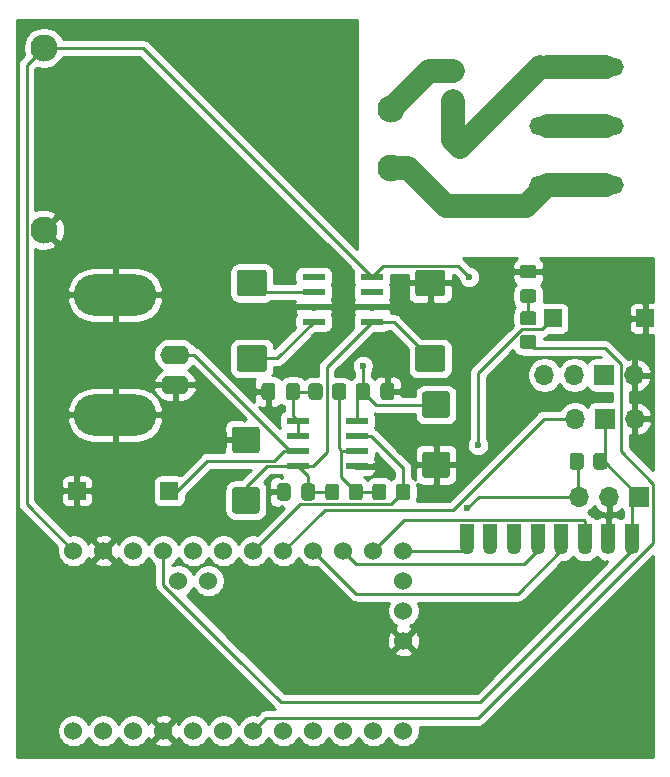
<source format=gbr>
%TF.GenerationSoftware,KiCad,Pcbnew,(5.1.9)-1*%
%TF.CreationDate,2021-04-25T03:29:38+02:00*%
%TF.ProjectId,HB-Uni-SEN-ORB,48422d55-6e69-42d5-9345-4e2d4f52422e,rev?*%
%TF.SameCoordinates,Original*%
%TF.FileFunction,Copper,L1,Top*%
%TF.FilePolarity,Positive*%
%FSLAX46Y46*%
G04 Gerber Fmt 4.6, Leading zero omitted, Abs format (unit mm)*
G04 Created by KiCad (PCBNEW (5.1.9)-1) date 2021-04-25 03:29:38*
%MOMM*%
%LPD*%
G01*
G04 APERTURE LIST*
%TA.AperFunction,ComponentPad*%
%ADD10O,1.700000X1.700000*%
%TD*%
%TA.AperFunction,ComponentPad*%
%ADD11R,1.700000X1.700000*%
%TD*%
%TA.AperFunction,SMDPad,CuDef*%
%ADD12R,1.500000X1.500000*%
%TD*%
%TA.AperFunction,ComponentPad*%
%ADD13O,1.400000X1.400000*%
%TD*%
%TA.AperFunction,ComponentPad*%
%ADD14C,1.400000*%
%TD*%
%TA.AperFunction,ComponentPad*%
%ADD15C,1.600000*%
%TD*%
%TA.AperFunction,ComponentPad*%
%ADD16C,1.524000*%
%TD*%
%TA.AperFunction,ComponentPad*%
%ADD17O,1.270000X1.270000*%
%TD*%
%TA.AperFunction,ComponentPad*%
%ADD18C,1.270000*%
%TD*%
%TA.AperFunction,SMDPad,CuDef*%
%ADD19R,1.200000X2.000000*%
%TD*%
%TA.AperFunction,SMDPad,CuDef*%
%ADD20R,1.970000X0.600000*%
%TD*%
%TA.AperFunction,ComponentPad*%
%ADD21C,2.300000*%
%TD*%
%TA.AperFunction,ComponentPad*%
%ADD22O,2.500000X1.600000*%
%TD*%
%TA.AperFunction,ComponentPad*%
%ADD23O,7.000000X3.500000*%
%TD*%
%TA.AperFunction,ComponentPad*%
%ADD24O,3.000000X1.500000*%
%TD*%
%TA.AperFunction,ViaPad*%
%ADD25C,0.600000*%
%TD*%
%TA.AperFunction,Conductor*%
%ADD26C,0.250000*%
%TD*%
%TA.AperFunction,Conductor*%
%ADD27C,2.000000*%
%TD*%
%TA.AperFunction,Conductor*%
%ADD28C,0.254000*%
%TD*%
%TA.AperFunction,Conductor*%
%ADD29C,0.100000*%
%TD*%
G04 APERTURE END LIST*
D10*
%TO.P,PH_SENS,3*%
%TO.N,GND*%
X162330000Y-75400000D03*
D11*
%TO.P,PH_SENS,2*%
%TO.N,/VCC*%
X159790000Y-75400000D03*
D10*
%TO.P,PH_SENS,1*%
%TO.N,/A0*%
X157250000Y-75400000D03*
%TD*%
D12*
%TO.P,Cal,2*%
%TO.N,Net-(Cal1-Pad2)*%
X122900000Y-81500000D03*
%TO.P,Cal,1*%
%TO.N,GND*%
X115100000Y-81500000D03*
%TD*%
D13*
%TO.P,R8,2*%
%TO.N,Net-(R8-Pad2)*%
X146900000Y-48540000D03*
D14*
%TO.P,R8,1*%
%TO.N,Net-(PS1-Pad1)*%
X146900000Y-46000000D03*
%TD*%
D15*
%TO.P,RV1,2*%
%TO.N,Net-(R8-Pad2)*%
X147500000Y-52400000D03*
%TO.P,RV1,1*%
%TO.N,Net-(PS1-Pad2)*%
X146300000Y-57400000D03*
%TD*%
D12*
%TO.P,Config,2*%
%TO.N,/CONFIG*%
X155400000Y-66900000D03*
%TO.P,Config,1*%
%TO.N,GND*%
X163200000Y-66900000D03*
%TD*%
D16*
%TO.P,U1,TXD*%
%TO.N,Net-(U1-PadTXD)*%
X114800000Y-101820000D03*
%TO.P,U1,RXD*%
%TO.N,Net-(U1-PadRXD)*%
X117340000Y-101820000D03*
%TO.P,U1,RST*%
%TO.N,Net-(U1-PadRST)*%
X119880000Y-101820000D03*
%TO.P,U1,GND*%
%TO.N,GND*%
X122420000Y-101820000D03*
%TO.P,U1,2*%
%TO.N,Net-(U1-Pad2)*%
X124960000Y-101820000D03*
%TO.P,U1,3*%
%TO.N,/GDO0*%
X127500000Y-101820000D03*
%TO.P,U1,4*%
%TO.N,/LED*%
X130040000Y-101820000D03*
%TO.P,U1,5*%
%TO.N,/1_WIRE*%
X132580000Y-101820000D03*
%TO.P,U1,6*%
%TO.N,Net-(U1-Pad6)*%
X135120000Y-101820000D03*
%TO.P,U1,7*%
%TO.N,Net-(U1-Pad7)*%
X137660000Y-101820000D03*
%TO.P,U1,8*%
%TO.N,/CONFIG*%
X140200000Y-101820000D03*
%TO.P,U1,9*%
%TO.N,Net-(U1-Pad9)*%
X142740000Y-101820000D03*
%TO.P,U1,10*%
%TO.N,/CSN*%
X142740000Y-86580000D03*
%TO.P,U1,11*%
%TO.N,/MOSI*%
X140200000Y-86580000D03*
%TO.P,U1,12*%
%TO.N,/MISO*%
X137660000Y-86580000D03*
%TO.P,U1,13*%
%TO.N,/SCK*%
X135120000Y-86580000D03*
%TO.P,U1,A0*%
%TO.N,/A0*%
X132580000Y-86580000D03*
%TO.P,U1,A1*%
%TO.N,/A1*%
X130040000Y-86580000D03*
%TO.P,U1,A2*%
%TO.N,Net-(U1-PadA2)*%
X127500000Y-86580000D03*
%TO.P,U1,A3*%
%TO.N,Net-(U1-PadA3)*%
X124960000Y-86580000D03*
%TO.P,U1,VCC*%
%TO.N,/VCC*%
X122420000Y-86580000D03*
%TO.P,U1,RST*%
%TO.N,Net-(U1-PadRST)*%
X119880000Y-86580000D03*
%TO.P,U1,GND*%
%TO.N,GND*%
X117340000Y-86580000D03*
%TO.P,U1,RAW*%
%TO.N,+5V*%
X114800000Y-86580000D03*
%TO.P,U1,A4*%
%TO.N,/SDA*%
X126230000Y-89120000D03*
%TO.P,U1,A5*%
%TO.N,/SCL*%
X123690000Y-89120000D03*
%TO.P,U1,A7*%
%TO.N,Net-(U1-PadA7)*%
X142740000Y-89120000D03*
%TO.P,U1,A6*%
%TO.N,Net-(U1-PadA6)*%
X142740000Y-91660000D03*
%TO.P,U1,GND*%
%TO.N,GND*%
X142740000Y-94200000D03*
%TD*%
D17*
%TO.P,U2,1*%
%TO.N,/VCC*%
X162100000Y-86300000D03*
%TO.P,U2,2*%
%TO.N,GND*%
X160100000Y-86300000D03*
D18*
%TO.P,U2,3*%
%TO.N,/MOSI*%
X158100000Y-86300000D03*
%TO.P,U2,4*%
%TO.N,/SCK*%
X156100000Y-86300000D03*
%TO.P,U2,5*%
%TO.N,/MISO*%
X154100000Y-86300000D03*
%TO.P,U2,6*%
%TO.N,Net-(U2-Pad6)*%
X152100000Y-86300000D03*
%TO.P,U2,7*%
%TO.N,/GDO0*%
X150100000Y-86300000D03*
%TO.P,U2,8*%
%TO.N,/CSN*%
X148100000Y-86300000D03*
D19*
%TO.P,U2,1*%
%TO.N,/VCC*%
X162100000Y-85300000D03*
%TO.P,U2,2*%
%TO.N,GND*%
X160100000Y-85300000D03*
%TO.P,U2,3*%
%TO.N,/MOSI*%
X158100000Y-85300000D03*
%TO.P,U2,4*%
%TO.N,/SCK*%
X156100000Y-85300000D03*
%TO.P,U2,5*%
%TO.N,/MISO*%
X154100000Y-85300000D03*
%TO.P,U2,6*%
%TO.N,Net-(U2-Pad6)*%
X152100000Y-85300000D03*
%TO.P,U2,7*%
%TO.N,/GDO0*%
X150100000Y-85300000D03*
%TO.P,U2,8*%
%TO.N,/CSN*%
X148100000Y-85300000D03*
%TD*%
D10*
%TO.P,LCD,4*%
%TO.N,/SCL*%
X154680000Y-71700000D03*
%TO.P,LCD,3*%
%TO.N,/SDA*%
X157220000Y-71700000D03*
D11*
%TO.P,LCD,2*%
%TO.N,+5V*%
X159760000Y-71700000D03*
D10*
%TO.P,LCD,1*%
%TO.N,GND*%
X162300000Y-71700000D03*
%TD*%
D11*
%TO.P,DS18B20,3*%
%TO.N,/VCC*%
X162700000Y-82000000D03*
D10*
%TO.P,DS18B20,2*%
%TO.N,GND*%
X160160000Y-82000000D03*
%TO.P,DS18B20,1*%
%TO.N,/1_WIRE*%
X157620000Y-82000000D03*
%TD*%
%TO.P,R7,2*%
%TO.N,/1_WIRE*%
%TA.AperFunction,SMDPad,CuDef*%
G36*
G01*
X158000000Y-78549999D02*
X158000000Y-79450001D01*
G75*
G02*
X157750001Y-79700000I-249999J0D01*
G01*
X157049999Y-79700000D01*
G75*
G02*
X156800000Y-79450001I0J249999D01*
G01*
X156800000Y-78549999D01*
G75*
G02*
X157049999Y-78300000I249999J0D01*
G01*
X157750001Y-78300000D01*
G75*
G02*
X158000000Y-78549999I0J-249999D01*
G01*
G37*
%TD.AperFunction*%
%TO.P,R7,1*%
%TO.N,/VCC*%
%TA.AperFunction,SMDPad,CuDef*%
G36*
G01*
X160000000Y-78549999D02*
X160000000Y-79450001D01*
G75*
G02*
X159750001Y-79700000I-249999J0D01*
G01*
X159049999Y-79700000D01*
G75*
G02*
X158800000Y-79450001I0J249999D01*
G01*
X158800000Y-78549999D01*
G75*
G02*
X159049999Y-78300000I249999J0D01*
G01*
X159750001Y-78300000D01*
G75*
G02*
X160000000Y-78549999I0J-249999D01*
G01*
G37*
%TD.AperFunction*%
%TD*%
D20*
%TO.P,U3,1*%
%TO.N,Net-(U3-Pad1)*%
X135130000Y-63395000D03*
%TO.P,U3,2*%
%TO.N,Net-(C1-Pad1)*%
X135130000Y-64665000D03*
%TO.P,U3,3*%
%TO.N,GND*%
X135130000Y-65935000D03*
%TO.P,U3,4*%
%TO.N,Net-(C1-Pad2)*%
X135130000Y-67205000D03*
%TO.P,U3,5*%
%TO.N,-5V*%
X140070000Y-67205000D03*
%TO.P,U3,6*%
%TO.N,GND*%
X140070000Y-65935000D03*
%TO.P,U3,7*%
%TO.N,Net-(U3-Pad7)*%
X140070000Y-64665000D03*
%TO.P,U3,8*%
%TO.N,+5V*%
X140070000Y-63395000D03*
%TD*%
%TO.P,C5,2*%
%TO.N,GND*%
%TA.AperFunction,SMDPad,CuDef*%
G36*
G01*
X144574999Y-78175000D02*
X146425001Y-78175000D01*
G75*
G02*
X146675000Y-78424999I0J-249999D01*
G01*
X146675000Y-80175001D01*
G75*
G02*
X146425001Y-80425000I-249999J0D01*
G01*
X144574999Y-80425000D01*
G75*
G02*
X144325000Y-80175001I0J249999D01*
G01*
X144325000Y-78424999D01*
G75*
G02*
X144574999Y-78175000I249999J0D01*
G01*
G37*
%TD.AperFunction*%
%TO.P,C5,1*%
%TO.N,+5V*%
%TA.AperFunction,SMDPad,CuDef*%
G36*
G01*
X144574999Y-73075000D02*
X146425001Y-73075000D01*
G75*
G02*
X146675000Y-73324999I0J-249999D01*
G01*
X146675000Y-75075001D01*
G75*
G02*
X146425001Y-75325000I-249999J0D01*
G01*
X144574999Y-75325000D01*
G75*
G02*
X144325000Y-75075001I0J249999D01*
G01*
X144325000Y-73324999D01*
G75*
G02*
X144574999Y-73075000I249999J0D01*
G01*
G37*
%TD.AperFunction*%
%TD*%
%TO.P,C7,2*%
%TO.N,-5V*%
%TA.AperFunction,SMDPad,CuDef*%
G36*
G01*
X128474999Y-81175000D02*
X130325001Y-81175000D01*
G75*
G02*
X130575000Y-81424999I0J-249999D01*
G01*
X130575000Y-83175001D01*
G75*
G02*
X130325001Y-83425000I-249999J0D01*
G01*
X128474999Y-83425000D01*
G75*
G02*
X128225000Y-83175001I0J249999D01*
G01*
X128225000Y-81424999D01*
G75*
G02*
X128474999Y-81175000I249999J0D01*
G01*
G37*
%TD.AperFunction*%
%TO.P,C7,1*%
%TO.N,GND*%
%TA.AperFunction,SMDPad,CuDef*%
G36*
G01*
X128474999Y-76075000D02*
X130325001Y-76075000D01*
G75*
G02*
X130575000Y-76324999I0J-249999D01*
G01*
X130575000Y-78075001D01*
G75*
G02*
X130325001Y-78325000I-249999J0D01*
G01*
X128474999Y-78325000D01*
G75*
G02*
X128225000Y-78075001I0J249999D01*
G01*
X128225000Y-76324999D01*
G75*
G02*
X128474999Y-76075000I249999J0D01*
G01*
G37*
%TD.AperFunction*%
%TD*%
%TO.P,C1,2*%
%TO.N,Net-(C1-Pad2)*%
%TA.AperFunction,SMDPad,CuDef*%
G36*
G01*
X128874999Y-69175000D02*
X130925001Y-69175000D01*
G75*
G02*
X131175000Y-69424999I0J-249999D01*
G01*
X131175000Y-71175001D01*
G75*
G02*
X130925001Y-71425000I-249999J0D01*
G01*
X128874999Y-71425000D01*
G75*
G02*
X128625000Y-71175001I0J249999D01*
G01*
X128625000Y-69424999D01*
G75*
G02*
X128874999Y-69175000I249999J0D01*
G01*
G37*
%TD.AperFunction*%
%TO.P,C1,1*%
%TO.N,Net-(C1-Pad1)*%
%TA.AperFunction,SMDPad,CuDef*%
G36*
G01*
X128874999Y-62775000D02*
X130925001Y-62775000D01*
G75*
G02*
X131175000Y-63024999I0J-249999D01*
G01*
X131175000Y-64775001D01*
G75*
G02*
X130925001Y-65025000I-249999J0D01*
G01*
X128874999Y-65025000D01*
G75*
G02*
X128625000Y-64775001I0J249999D01*
G01*
X128625000Y-63024999D01*
G75*
G02*
X128874999Y-62775000I249999J0D01*
G01*
G37*
%TD.AperFunction*%
%TD*%
%TO.P,C2,2*%
%TO.N,-5V*%
%TA.AperFunction,SMDPad,CuDef*%
G36*
G01*
X143974999Y-69175000D02*
X146025001Y-69175000D01*
G75*
G02*
X146275000Y-69424999I0J-249999D01*
G01*
X146275000Y-71175001D01*
G75*
G02*
X146025001Y-71425000I-249999J0D01*
G01*
X143974999Y-71425000D01*
G75*
G02*
X143725000Y-71175001I0J249999D01*
G01*
X143725000Y-69424999D01*
G75*
G02*
X143974999Y-69175000I249999J0D01*
G01*
G37*
%TD.AperFunction*%
%TO.P,C2,1*%
%TO.N,GND*%
%TA.AperFunction,SMDPad,CuDef*%
G36*
G01*
X143974999Y-62775000D02*
X146025001Y-62775000D01*
G75*
G02*
X146275000Y-63024999I0J-249999D01*
G01*
X146275000Y-64775001D01*
G75*
G02*
X146025001Y-65025000I-249999J0D01*
G01*
X143974999Y-65025000D01*
G75*
G02*
X143725000Y-64775001I0J249999D01*
G01*
X143725000Y-63024999D01*
G75*
G02*
X143974999Y-62775000I249999J0D01*
G01*
G37*
%TD.AperFunction*%
%TD*%
%TO.P,U4,1*%
%TO.N,Net-(C6-Pad2)*%
X133830000Y-75595000D03*
%TO.P,U4,2*%
X133830000Y-76865000D03*
%TO.P,U4,3*%
%TO.N,Net-(Cal1-Pad2)*%
X133830000Y-78135000D03*
%TO.P,U4,4*%
%TO.N,-5V*%
X133830000Y-79405000D03*
%TO.P,U4,5*%
%TO.N,GND*%
X138770000Y-79405000D03*
%TO.P,U4,6*%
%TO.N,Net-(R1-Pad1)*%
X138770000Y-78135000D03*
%TO.P,U4,7*%
%TO.N,/A1*%
X138770000Y-76865000D03*
%TO.P,U4,8*%
%TO.N,+5V*%
X138770000Y-75595000D03*
%TD*%
%TO.P,R4,2*%
%TO.N,/LED*%
%TA.AperFunction,SMDPad,CuDef*%
G36*
G01*
X152849999Y-68300000D02*
X153750001Y-68300000D01*
G75*
G02*
X154000000Y-68549999I0J-249999D01*
G01*
X154000000Y-69250001D01*
G75*
G02*
X153750001Y-69500000I-249999J0D01*
G01*
X152849999Y-69500000D01*
G75*
G02*
X152600000Y-69250001I0J249999D01*
G01*
X152600000Y-68549999D01*
G75*
G02*
X152849999Y-68300000I249999J0D01*
G01*
G37*
%TD.AperFunction*%
%TO.P,R4,1*%
%TO.N,Net-(D1-Pad2)*%
%TA.AperFunction,SMDPad,CuDef*%
G36*
G01*
X152849999Y-66300000D02*
X153750001Y-66300000D01*
G75*
G02*
X154000000Y-66549999I0J-249999D01*
G01*
X154000000Y-67250001D01*
G75*
G02*
X153750001Y-67500000I-249999J0D01*
G01*
X152849999Y-67500000D01*
G75*
G02*
X152600000Y-67250001I0J249999D01*
G01*
X152600000Y-66549999D01*
G75*
G02*
X152849999Y-66300000I249999J0D01*
G01*
G37*
%TD.AperFunction*%
%TD*%
%TO.P,R3,2*%
%TO.N,-5V*%
%TA.AperFunction,SMDPad,CuDef*%
G36*
G01*
X137300000Y-81149999D02*
X137300000Y-82050001D01*
G75*
G02*
X137050001Y-82300000I-249999J0D01*
G01*
X136349999Y-82300000D01*
G75*
G02*
X136100000Y-82050001I0J249999D01*
G01*
X136100000Y-81149999D01*
G75*
G02*
X136349999Y-80900000I249999J0D01*
G01*
X137050001Y-80900000D01*
G75*
G02*
X137300000Y-81149999I0J-249999D01*
G01*
G37*
%TD.AperFunction*%
%TO.P,R3,1*%
%TO.N,Net-(R1-Pad1)*%
%TA.AperFunction,SMDPad,CuDef*%
G36*
G01*
X139300000Y-81149999D02*
X139300000Y-82050001D01*
G75*
G02*
X139050001Y-82300000I-249999J0D01*
G01*
X138349999Y-82300000D01*
G75*
G02*
X138100000Y-82050001I0J249999D01*
G01*
X138100000Y-81149999D01*
G75*
G02*
X138349999Y-80900000I249999J0D01*
G01*
X139050001Y-80900000D01*
G75*
G02*
X139300000Y-81149999I0J-249999D01*
G01*
G37*
%TD.AperFunction*%
%TD*%
%TO.P,R2,2*%
%TO.N,/A1*%
%TA.AperFunction,SMDPad,CuDef*%
G36*
G01*
X142100000Y-82050001D02*
X142100000Y-81149999D01*
G75*
G02*
X142349999Y-80900000I249999J0D01*
G01*
X143050001Y-80900000D01*
G75*
G02*
X143300000Y-81149999I0J-249999D01*
G01*
X143300000Y-82050001D01*
G75*
G02*
X143050001Y-82300000I-249999J0D01*
G01*
X142349999Y-82300000D01*
G75*
G02*
X142100000Y-82050001I0J249999D01*
G01*
G37*
%TD.AperFunction*%
%TO.P,R2,1*%
%TO.N,Net-(R1-Pad1)*%
%TA.AperFunction,SMDPad,CuDef*%
G36*
G01*
X140100000Y-82050001D02*
X140100000Y-81149999D01*
G75*
G02*
X140349999Y-80900000I249999J0D01*
G01*
X141050001Y-80900000D01*
G75*
G02*
X141300000Y-81149999I0J-249999D01*
G01*
X141300000Y-82050001D01*
G75*
G02*
X141050001Y-82300000I-249999J0D01*
G01*
X140349999Y-82300000D01*
G75*
G02*
X140100000Y-82050001I0J249999D01*
G01*
G37*
%TD.AperFunction*%
%TD*%
%TO.P,R1,2*%
%TO.N,Net-(C6-Pad2)*%
%TA.AperFunction,SMDPad,CuDef*%
G36*
G01*
X135900000Y-72649999D02*
X135900000Y-73550001D01*
G75*
G02*
X135650001Y-73800000I-249999J0D01*
G01*
X134949999Y-73800000D01*
G75*
G02*
X134700000Y-73550001I0J249999D01*
G01*
X134700000Y-72649999D01*
G75*
G02*
X134949999Y-72400000I249999J0D01*
G01*
X135650001Y-72400000D01*
G75*
G02*
X135900000Y-72649999I0J-249999D01*
G01*
G37*
%TD.AperFunction*%
%TO.P,R1,1*%
%TO.N,Net-(R1-Pad1)*%
%TA.AperFunction,SMDPad,CuDef*%
G36*
G01*
X137900000Y-72649999D02*
X137900000Y-73550001D01*
G75*
G02*
X137650001Y-73800000I-249999J0D01*
G01*
X136949999Y-73800000D01*
G75*
G02*
X136700000Y-73550001I0J249999D01*
G01*
X136700000Y-72649999D01*
G75*
G02*
X136949999Y-72400000I249999J0D01*
G01*
X137650001Y-72400000D01*
G75*
G02*
X137900000Y-72649999I0J-249999D01*
G01*
G37*
%TD.AperFunction*%
%TD*%
D21*
%TO.P,PS1,4*%
%TO.N,+5V*%
X112300000Y-44000000D03*
%TO.P,PS1,2*%
%TO.N,Net-(PS1-Pad1)*%
X141700000Y-49200000D03*
%TO.P,PS1,1*%
%TO.N,Net-(PS1-Pad2)*%
X141700000Y-54200000D03*
%TO.P,PS1,3*%
%TO.N,GND*%
X112300000Y-59400000D03*
%TD*%
D22*
%TO.P,J2,2*%
%TO.N,GND*%
X123400000Y-72540000D03*
%TO.P,J2,1*%
%TO.N,Net-(Cal1-Pad2)*%
X123400000Y-70000000D03*
D23*
%TO.P,J2,2*%
%TO.N,GND*%
X118320000Y-64920000D03*
X118320000Y-75080000D03*
%TD*%
D24*
%TO.P,WAGO236-403,3*%
%TO.N,Net-(R8-Pad2)*%
X159900000Y-45600000D03*
X154900000Y-45600000D03*
%TO.P,WAGO236-403,2*%
%TO.N,Net-(WAGO236-403-Pad2)*%
X159900000Y-50600000D03*
X154900000Y-50600000D03*
%TO.P,WAGO236-403,1*%
%TO.N,Net-(PS1-Pad2)*%
X159900000Y-55600000D03*
X154900000Y-55600000D03*
%TD*%
%TO.P,D1,2*%
%TO.N,Net-(D1-Pad2)*%
%TA.AperFunction,SMDPad,CuDef*%
G36*
G01*
X152849999Y-64425000D02*
X153750001Y-64425000D01*
G75*
G02*
X154000000Y-64674999I0J-249999D01*
G01*
X154000000Y-65325001D01*
G75*
G02*
X153750001Y-65575000I-249999J0D01*
G01*
X152849999Y-65575000D01*
G75*
G02*
X152600000Y-65325001I0J249999D01*
G01*
X152600000Y-64674999D01*
G75*
G02*
X152849999Y-64425000I249999J0D01*
G01*
G37*
%TD.AperFunction*%
%TO.P,D1,1*%
%TO.N,GND*%
%TA.AperFunction,SMDPad,CuDef*%
G36*
G01*
X152849999Y-62375000D02*
X153750001Y-62375000D01*
G75*
G02*
X154000000Y-62624999I0J-249999D01*
G01*
X154000000Y-63275001D01*
G75*
G02*
X153750001Y-63525000I-249999J0D01*
G01*
X152849999Y-63525000D01*
G75*
G02*
X152600000Y-63275001I0J249999D01*
G01*
X152600000Y-62624999D01*
G75*
G02*
X152849999Y-62375000I249999J0D01*
G01*
G37*
%TD.AperFunction*%
%TD*%
%TO.P,C6,2*%
%TO.N,Net-(C6-Pad2)*%
%TA.AperFunction,SMDPad,CuDef*%
G36*
G01*
X132787500Y-73575000D02*
X132787500Y-72625000D01*
G75*
G02*
X133037500Y-72375000I250000J0D01*
G01*
X133712500Y-72375000D01*
G75*
G02*
X133962500Y-72625000I0J-250000D01*
G01*
X133962500Y-73575000D01*
G75*
G02*
X133712500Y-73825000I-250000J0D01*
G01*
X133037500Y-73825000D01*
G75*
G02*
X132787500Y-73575000I0J250000D01*
G01*
G37*
%TD.AperFunction*%
%TO.P,C6,1*%
%TO.N,GND*%
%TA.AperFunction,SMDPad,CuDef*%
G36*
G01*
X130712500Y-73575000D02*
X130712500Y-72625000D01*
G75*
G02*
X130962500Y-72375000I250000J0D01*
G01*
X131637500Y-72375000D01*
G75*
G02*
X131887500Y-72625000I0J-250000D01*
G01*
X131887500Y-73575000D01*
G75*
G02*
X131637500Y-73825000I-250000J0D01*
G01*
X130962500Y-73825000D01*
G75*
G02*
X130712500Y-73575000I0J250000D01*
G01*
G37*
%TD.AperFunction*%
%TD*%
%TO.P,C4,2*%
%TO.N,GND*%
%TA.AperFunction,SMDPad,CuDef*%
G36*
G01*
X133187500Y-81125000D02*
X133187500Y-82075000D01*
G75*
G02*
X132937500Y-82325000I-250000J0D01*
G01*
X132262500Y-82325000D01*
G75*
G02*
X132012500Y-82075000I0J250000D01*
G01*
X132012500Y-81125000D01*
G75*
G02*
X132262500Y-80875000I250000J0D01*
G01*
X132937500Y-80875000D01*
G75*
G02*
X133187500Y-81125000I0J-250000D01*
G01*
G37*
%TD.AperFunction*%
%TO.P,C4,1*%
%TO.N,-5V*%
%TA.AperFunction,SMDPad,CuDef*%
G36*
G01*
X135262500Y-81125000D02*
X135262500Y-82075000D01*
G75*
G02*
X135012500Y-82325000I-250000J0D01*
G01*
X134337500Y-82325000D01*
G75*
G02*
X134087500Y-82075000I0J250000D01*
G01*
X134087500Y-81125000D01*
G75*
G02*
X134337500Y-80875000I250000J0D01*
G01*
X135012500Y-80875000D01*
G75*
G02*
X135262500Y-81125000I0J-250000D01*
G01*
G37*
%TD.AperFunction*%
%TD*%
%TO.P,C3,2*%
%TO.N,GND*%
%TA.AperFunction,SMDPad,CuDef*%
G36*
G01*
X140787500Y-73575000D02*
X140787500Y-72625000D01*
G75*
G02*
X141037500Y-72375000I250000J0D01*
G01*
X141712500Y-72375000D01*
G75*
G02*
X141962500Y-72625000I0J-250000D01*
G01*
X141962500Y-73575000D01*
G75*
G02*
X141712500Y-73825000I-250000J0D01*
G01*
X141037500Y-73825000D01*
G75*
G02*
X140787500Y-73575000I0J250000D01*
G01*
G37*
%TD.AperFunction*%
%TO.P,C3,1*%
%TO.N,+5V*%
%TA.AperFunction,SMDPad,CuDef*%
G36*
G01*
X138712500Y-73575000D02*
X138712500Y-72625000D01*
G75*
G02*
X138962500Y-72375000I250000J0D01*
G01*
X139637500Y-72375000D01*
G75*
G02*
X139887500Y-72625000I0J-250000D01*
G01*
X139887500Y-73575000D01*
G75*
G02*
X139637500Y-73825000I-250000J0D01*
G01*
X138962500Y-73825000D01*
G75*
G02*
X138712500Y-73575000I0J250000D01*
G01*
G37*
%TD.AperFunction*%
%TD*%
D25*
%TO.N,GND*%
X140400000Y-79400000D03*
%TO.N,+5V*%
X148300000Y-63400000D03*
X139300000Y-70900000D03*
%TO.N,/CONFIG*%
X149060001Y-77650000D03*
%TO.N,/1_WIRE*%
X148100000Y-83000000D03*
%TD*%
D26*
%TO.N,Net-(C1-Pad2)*%
X132035000Y-70300000D02*
X135130000Y-67205000D01*
X129900000Y-70300000D02*
X132035000Y-70300000D01*
%TO.N,Net-(C1-Pad1)*%
X130665000Y-64665000D02*
X135130000Y-64665000D01*
X129900000Y-63900000D02*
X130665000Y-64665000D01*
%TO.N,-5V*%
X131195000Y-79405000D02*
X133830000Y-79405000D01*
X134675000Y-80250000D02*
X133830000Y-79405000D01*
X134675000Y-81600000D02*
X134675000Y-80250000D01*
X134675000Y-81600000D02*
X136700000Y-81600000D01*
X135065000Y-79405000D02*
X133830000Y-79405000D01*
X136225010Y-78244990D02*
X135065000Y-79405000D01*
X136225010Y-71049990D02*
X136225010Y-78244990D01*
X140070000Y-67205000D02*
X136225010Y-71049990D01*
X141905000Y-67205000D02*
X145000000Y-70300000D01*
X140070000Y-67205000D02*
X141905000Y-67205000D01*
X129400000Y-81200000D02*
X131195000Y-79405000D01*
X129400000Y-82300000D02*
X129400000Y-81200000D01*
%TO.N,GND*%
X160100000Y-82060000D02*
X160160000Y-82000000D01*
X140395000Y-79405000D02*
X140400000Y-79400000D01*
X138770000Y-79405000D02*
X140395000Y-79405000D01*
%TO.N,Net-(C6-Pad2)*%
X133375000Y-73100000D02*
X135300000Y-73100000D01*
X133375000Y-75140000D02*
X133830000Y-75595000D01*
X133375000Y-73100000D02*
X133375000Y-75140000D01*
X133830000Y-75595000D02*
X133830000Y-76865000D01*
%TO.N,Net-(D1-Pad2)*%
X153300000Y-65000000D02*
X153300000Y-66900000D01*
D27*
%TO.N,Net-(R8-Pad2)*%
X154900000Y-45600000D02*
X159900000Y-45600000D01*
X154300000Y-45600000D02*
X147500000Y-52400000D01*
D26*
X154900000Y-45600000D02*
X154300000Y-45600000D01*
D27*
X146900000Y-51800000D02*
X147500000Y-52400000D01*
X146900000Y-48540000D02*
X146900000Y-51800000D01*
%TO.N,Net-(WAGO236-403-Pad2)*%
X154900000Y-50600000D02*
X159900000Y-50600000D01*
%TO.N,Net-(PS1-Pad2)*%
X154900000Y-55600000D02*
X159900000Y-55600000D01*
X143100000Y-54200000D02*
X146300000Y-57400000D01*
X141700000Y-54200000D02*
X143100000Y-54200000D01*
X153100000Y-57400000D02*
X154900000Y-55600000D01*
X146300000Y-57400000D02*
X153100000Y-57400000D01*
D26*
%TO.N,Net-(Cal1-Pad2)*%
X133035000Y-78135000D02*
X133830000Y-78135000D01*
X133795000Y-78100000D02*
X133830000Y-78135000D01*
X125010000Y-70000000D02*
X123400000Y-70000000D01*
X133145000Y-78135000D02*
X125010000Y-70000000D01*
X133830000Y-78135000D02*
X133145000Y-78135000D01*
X132595000Y-78135000D02*
X133830000Y-78135000D01*
X131775010Y-78954990D02*
X132595000Y-78135000D01*
X126135010Y-78954990D02*
X131775010Y-78954990D01*
X123590000Y-81500000D02*
X126135010Y-78954990D01*
%TO.N,+5V*%
X140400000Y-74200000D02*
X139300000Y-73100000D01*
X145500000Y-74200000D02*
X145200000Y-74200000D01*
X138770000Y-73630000D02*
X139300000Y-73100000D01*
X138770000Y-75595000D02*
X138770000Y-73630000D01*
X110824999Y-82604999D02*
X114800000Y-86580000D01*
X112300000Y-44000000D02*
X110824999Y-45475001D01*
X110824999Y-45475001D02*
X110824999Y-82604999D01*
X147349990Y-62449990D02*
X148300000Y-63400000D01*
X141015010Y-62449990D02*
X147349990Y-62449990D01*
X140070000Y-63395000D02*
X141015010Y-62449990D01*
X120675000Y-44000000D02*
X138687500Y-62012500D01*
X112300000Y-44000000D02*
X120675000Y-44000000D01*
X138687500Y-62012500D02*
X140070000Y-63395000D01*
X138450001Y-61775001D02*
X138687500Y-62012500D01*
X145200000Y-74200000D02*
X140400000Y-74200000D01*
X139300000Y-73100000D02*
X139300000Y-70900000D01*
%TO.N,Net-(R1-Pad1)*%
X138700000Y-81600000D02*
X140700000Y-81600000D01*
X137535000Y-78135000D02*
X138770000Y-78135000D01*
X137459999Y-78210001D02*
X137535000Y-78135000D01*
X138700000Y-81600000D02*
X137459999Y-80359999D01*
X137300000Y-77900000D02*
X137459999Y-78059999D01*
X137300000Y-73100000D02*
X137300000Y-77900000D01*
X137459999Y-78059999D02*
X137459999Y-78959999D01*
X137459999Y-78959999D02*
X137459999Y-78210001D01*
X137459999Y-80359999D02*
X137459999Y-78959999D01*
%TO.N,/A0*%
X154626998Y-75400000D02*
X157250000Y-75400000D01*
X146926978Y-83100020D02*
X154626998Y-75400000D01*
X136059980Y-83100020D02*
X146926978Y-83100020D01*
X132580000Y-86580000D02*
X136059980Y-83100020D01*
%TO.N,/LED*%
X163875001Y-85945801D02*
X149087803Y-100732999D01*
X163875001Y-80889999D02*
X163875001Y-85945801D01*
X161124999Y-78139997D02*
X163875001Y-80889999D01*
X161124999Y-70779997D02*
X161124999Y-78139997D01*
X159770003Y-69425001D02*
X161124999Y-70779997D01*
X131127001Y-100732999D02*
X130040000Y-101820000D01*
X153825001Y-69425001D02*
X159770003Y-69425001D01*
X149087803Y-100732999D02*
X131127001Y-100732999D01*
X153300000Y-68900000D02*
X153825001Y-69425001D01*
%TO.N,/CONFIG*%
X154474990Y-67825010D02*
X155400000Y-66900000D01*
X152761800Y-67825010D02*
X154474990Y-67825010D01*
X149060001Y-71526809D02*
X152761800Y-67825010D01*
X149060001Y-71526809D02*
X149060001Y-77650000D01*
%TO.N,/1_WIRE*%
X157500000Y-81880000D02*
X157620000Y-82000000D01*
X157500000Y-78900000D02*
X157500000Y-81880000D01*
X149100000Y-82000000D02*
X148100000Y-83000000D01*
X157620000Y-82000000D02*
X149100000Y-82000000D01*
%TO.N,/MOSI*%
X158100000Y-85300000D02*
X158100000Y-86550000D01*
X158100000Y-84050000D02*
X158100000Y-85300000D01*
X158024999Y-83974999D02*
X158100000Y-84050000D01*
X142805001Y-83974999D02*
X158024999Y-83974999D01*
X140200000Y-86580000D02*
X142805001Y-83974999D01*
%TO.N,/MISO*%
X152982999Y-87667001D02*
X138747001Y-87667001D01*
X138747001Y-87667001D02*
X137660000Y-86580000D01*
X154100000Y-86550000D02*
X152982999Y-87667001D01*
X154100000Y-85300000D02*
X154100000Y-86550000D01*
%TO.N,/SCK*%
X156100000Y-86550000D02*
X156100000Y-85300000D01*
X152442999Y-90207001D02*
X156100000Y-86550000D01*
X138747001Y-90207001D02*
X152442999Y-90207001D01*
X135120000Y-86580000D02*
X138747001Y-90207001D01*
%TO.N,/VCC*%
X159800000Y-78600000D02*
X159400000Y-79000000D01*
X159700000Y-79000000D02*
X162700000Y-82000000D01*
X159400000Y-79000000D02*
X159700000Y-79000000D01*
X162100000Y-82600000D02*
X162700000Y-82000000D01*
X162100000Y-85300000D02*
X162100000Y-82600000D01*
X159300000Y-78900000D02*
X159400000Y-79000000D01*
X162100000Y-86550000D02*
X149250000Y-99400000D01*
X162100000Y-85300000D02*
X162100000Y-86550000D01*
X122420000Y-89458762D02*
X122420000Y-89080000D01*
X149250000Y-99400000D02*
X132361238Y-99400000D01*
X122420000Y-86580000D02*
X122420000Y-89080000D01*
X132361238Y-99400000D02*
X128580619Y-95619381D01*
X128430619Y-95469381D02*
X122420000Y-89458762D01*
X128580619Y-95619381D02*
X128430619Y-95469381D01*
X159790000Y-78610000D02*
X159400000Y-79000000D01*
X159790000Y-75400000D02*
X159790000Y-78610000D01*
%TO.N,/CSN*%
X147820000Y-86580000D02*
X148100000Y-86300000D01*
X142740000Y-86580000D02*
X147820000Y-86580000D01*
%TO.N,/SCL*%
X154700000Y-71720000D02*
X154680000Y-71700000D01*
%TO.N,/SDA*%
X157300000Y-71780000D02*
X157220000Y-71700000D01*
D27*
%TO.N,Net-(PS1-Pad1)*%
X144900000Y-46000000D02*
X141700000Y-49200000D01*
X146900000Y-46000000D02*
X144900000Y-46000000D01*
D26*
%TO.N,/A1*%
X140005000Y-76865000D02*
X138770000Y-76865000D01*
X142700000Y-79560000D02*
X140005000Y-76865000D01*
X142700000Y-81600000D02*
X142700000Y-79560000D01*
X142700000Y-81600000D02*
X142700000Y-79486810D01*
X141649990Y-82650010D02*
X142700000Y-81600000D01*
X133969990Y-82650010D02*
X141649990Y-82650010D01*
X130040000Y-86580000D02*
X133969990Y-82650010D01*
%TD*%
D28*
%TO.N,GND*%
X138773000Y-61023198D02*
X121238804Y-43489003D01*
X121215001Y-43459999D01*
X121099276Y-43365026D01*
X120967247Y-43294454D01*
X120823986Y-43250997D01*
X120712333Y-43240000D01*
X120712322Y-43240000D01*
X120675000Y-43236324D01*
X120637678Y-43240000D01*
X113917268Y-43240000D01*
X113881847Y-43154485D01*
X113686500Y-42862129D01*
X113437871Y-42613500D01*
X113145515Y-42418153D01*
X112820665Y-42283596D01*
X112475807Y-42215000D01*
X112124193Y-42215000D01*
X111779335Y-42283596D01*
X111454485Y-42418153D01*
X111162129Y-42613500D01*
X110913500Y-42862129D01*
X110718153Y-43154485D01*
X110583596Y-43479335D01*
X110515000Y-43824193D01*
X110515000Y-44175807D01*
X110583596Y-44520665D01*
X110619018Y-44606181D01*
X110314001Y-44911198D01*
X110284998Y-44935000D01*
X110229870Y-45002175D01*
X110190025Y-45050725D01*
X110123211Y-45175724D01*
X110119453Y-45182755D01*
X110075996Y-45326016D01*
X110064999Y-45437669D01*
X110064999Y-45437679D01*
X110061323Y-45475001D01*
X110064999Y-45512323D01*
X110065000Y-82567666D01*
X110061323Y-82604999D01*
X110065000Y-82642332D01*
X110065133Y-82643677D01*
X110075997Y-82753984D01*
X110119453Y-82897245D01*
X110190025Y-83029275D01*
X110226966Y-83074287D01*
X110284999Y-83145000D01*
X110313997Y-83168798D01*
X113433628Y-86288430D01*
X113403000Y-86442408D01*
X113403000Y-86717592D01*
X113456686Y-86987490D01*
X113561995Y-87241727D01*
X113714880Y-87470535D01*
X113909465Y-87665120D01*
X114138273Y-87818005D01*
X114392510Y-87923314D01*
X114662408Y-87977000D01*
X114937592Y-87977000D01*
X115207490Y-87923314D01*
X115461727Y-87818005D01*
X115690535Y-87665120D01*
X115810090Y-87545565D01*
X116554040Y-87545565D01*
X116621020Y-87785656D01*
X116870048Y-87902756D01*
X117137135Y-87969023D01*
X117412017Y-87981910D01*
X117684133Y-87940922D01*
X117943023Y-87847636D01*
X118058980Y-87785656D01*
X118125960Y-87545565D01*
X117340000Y-86759605D01*
X116554040Y-87545565D01*
X115810090Y-87545565D01*
X115885120Y-87470535D01*
X116038005Y-87241727D01*
X116067692Y-87170057D01*
X116072364Y-87183023D01*
X116134344Y-87298980D01*
X116374435Y-87365960D01*
X117160395Y-86580000D01*
X116374435Y-85794040D01*
X116134344Y-85861020D01*
X116070515Y-85996760D01*
X116038005Y-85918273D01*
X115885120Y-85689465D01*
X115810090Y-85614435D01*
X116554040Y-85614435D01*
X117340000Y-86400395D01*
X118125960Y-85614435D01*
X118058980Y-85374344D01*
X117809952Y-85257244D01*
X117542865Y-85190977D01*
X117267983Y-85178090D01*
X116995867Y-85219078D01*
X116736977Y-85312364D01*
X116621020Y-85374344D01*
X116554040Y-85614435D01*
X115810090Y-85614435D01*
X115690535Y-85494880D01*
X115461727Y-85341995D01*
X115207490Y-85236686D01*
X114937592Y-85183000D01*
X114662408Y-85183000D01*
X114508430Y-85213628D01*
X111584999Y-82290198D01*
X111584999Y-82250000D01*
X113711928Y-82250000D01*
X113724188Y-82374482D01*
X113760498Y-82494180D01*
X113819463Y-82604494D01*
X113898815Y-82701185D01*
X113995506Y-82780537D01*
X114105820Y-82839502D01*
X114225518Y-82875812D01*
X114350000Y-82888072D01*
X114814250Y-82885000D01*
X114973000Y-82726250D01*
X114973000Y-81627000D01*
X115227000Y-81627000D01*
X115227000Y-82726250D01*
X115385750Y-82885000D01*
X115850000Y-82888072D01*
X115974482Y-82875812D01*
X116094180Y-82839502D01*
X116204494Y-82780537D01*
X116301185Y-82701185D01*
X116380537Y-82604494D01*
X116439502Y-82494180D01*
X116475812Y-82374482D01*
X116488072Y-82250000D01*
X116485000Y-81785750D01*
X116326250Y-81627000D01*
X115227000Y-81627000D01*
X114973000Y-81627000D01*
X113873750Y-81627000D01*
X113715000Y-81785750D01*
X113711928Y-82250000D01*
X111584999Y-82250000D01*
X111584999Y-80750000D01*
X113711928Y-80750000D01*
X113715000Y-81214250D01*
X113873750Y-81373000D01*
X114973000Y-81373000D01*
X114973000Y-80273750D01*
X115227000Y-80273750D01*
X115227000Y-81373000D01*
X116326250Y-81373000D01*
X116485000Y-81214250D01*
X116488072Y-80750000D01*
X116475812Y-80625518D01*
X116439502Y-80505820D01*
X116380537Y-80395506D01*
X116301185Y-80298815D01*
X116204494Y-80219463D01*
X116094180Y-80160498D01*
X115974482Y-80124188D01*
X115850000Y-80111928D01*
X115385750Y-80115000D01*
X115227000Y-80273750D01*
X114973000Y-80273750D01*
X114814250Y-80115000D01*
X114350000Y-80111928D01*
X114225518Y-80124188D01*
X114105820Y-80160498D01*
X113995506Y-80219463D01*
X113898815Y-80298815D01*
X113819463Y-80395506D01*
X113760498Y-80505820D01*
X113724188Y-80625518D01*
X113711928Y-80750000D01*
X111584999Y-80750000D01*
X111584999Y-75578003D01*
X114237573Y-75578003D01*
X114317947Y-75875368D01*
X114516388Y-76299439D01*
X114793748Y-76676648D01*
X115139369Y-76992498D01*
X115539968Y-77234852D01*
X115980150Y-77394396D01*
X116443000Y-77465000D01*
X118193000Y-77465000D01*
X118193000Y-75207000D01*
X118447000Y-75207000D01*
X118447000Y-77465000D01*
X120197000Y-77465000D01*
X120659850Y-77394396D01*
X121100032Y-77234852D01*
X121500631Y-76992498D01*
X121846252Y-76676648D01*
X122123612Y-76299439D01*
X122322053Y-75875368D01*
X122402427Y-75578003D01*
X122292625Y-75207000D01*
X118447000Y-75207000D01*
X118193000Y-75207000D01*
X114347375Y-75207000D01*
X114237573Y-75578003D01*
X111584999Y-75578003D01*
X111584999Y-74581997D01*
X114237573Y-74581997D01*
X114347375Y-74953000D01*
X118193000Y-74953000D01*
X118193000Y-72695000D01*
X118447000Y-72695000D01*
X118447000Y-74953000D01*
X122292625Y-74953000D01*
X122402427Y-74581997D01*
X122322053Y-74284632D01*
X122123612Y-73860561D01*
X121846252Y-73483352D01*
X121500631Y-73167502D01*
X121100032Y-72925148D01*
X121000408Y-72889039D01*
X121558096Y-72889039D01*
X121575633Y-72971818D01*
X121686285Y-73231646D01*
X121845500Y-73464895D01*
X122047161Y-73662601D01*
X122283517Y-73817166D01*
X122545486Y-73922650D01*
X122823000Y-73975000D01*
X123273000Y-73975000D01*
X123273000Y-72667000D01*
X123527000Y-72667000D01*
X123527000Y-73975000D01*
X123977000Y-73975000D01*
X124254514Y-73922650D01*
X124516483Y-73817166D01*
X124752839Y-73662601D01*
X124954500Y-73464895D01*
X125113715Y-73231646D01*
X125224367Y-72971818D01*
X125241904Y-72889039D01*
X125119915Y-72667000D01*
X123527000Y-72667000D01*
X123273000Y-72667000D01*
X121680085Y-72667000D01*
X121558096Y-72889039D01*
X121000408Y-72889039D01*
X120659850Y-72765604D01*
X120197000Y-72695000D01*
X118447000Y-72695000D01*
X118193000Y-72695000D01*
X116443000Y-72695000D01*
X115980150Y-72765604D01*
X115539968Y-72925148D01*
X115139369Y-73167502D01*
X114793748Y-73483352D01*
X114516388Y-73860561D01*
X114317947Y-74284632D01*
X114237573Y-74581997D01*
X111584999Y-74581997D01*
X111584999Y-65418003D01*
X114237573Y-65418003D01*
X114317947Y-65715368D01*
X114516388Y-66139439D01*
X114793748Y-66516648D01*
X115139369Y-66832498D01*
X115539968Y-67074852D01*
X115980150Y-67234396D01*
X116443000Y-67305000D01*
X118193000Y-67305000D01*
X118193000Y-65047000D01*
X118447000Y-65047000D01*
X118447000Y-67305000D01*
X120197000Y-67305000D01*
X120659850Y-67234396D01*
X121100032Y-67074852D01*
X121500631Y-66832498D01*
X121846252Y-66516648D01*
X122123612Y-66139439D01*
X122322053Y-65715368D01*
X122402427Y-65418003D01*
X122292625Y-65047000D01*
X118447000Y-65047000D01*
X118193000Y-65047000D01*
X114347375Y-65047000D01*
X114237573Y-65418003D01*
X111584999Y-65418003D01*
X111584999Y-64421997D01*
X114237573Y-64421997D01*
X114347375Y-64793000D01*
X118193000Y-64793000D01*
X118193000Y-62535000D01*
X118447000Y-62535000D01*
X118447000Y-64793000D01*
X122292625Y-64793000D01*
X122402427Y-64421997D01*
X122322053Y-64124632D01*
X122123612Y-63700561D01*
X121846252Y-63323352D01*
X121519778Y-63024999D01*
X127986928Y-63024999D01*
X127986928Y-64775001D01*
X128003992Y-64948255D01*
X128054528Y-65114851D01*
X128136595Y-65268387D01*
X128247038Y-65402962D01*
X128381613Y-65513405D01*
X128535149Y-65595472D01*
X128701745Y-65646008D01*
X128874999Y-65663072D01*
X130925001Y-65663072D01*
X131098255Y-65646008D01*
X131264851Y-65595472D01*
X131418387Y-65513405D01*
X131526109Y-65425000D01*
X133545130Y-65425000D01*
X133519188Y-65510518D01*
X133506928Y-65635000D01*
X133510000Y-65649250D01*
X133668750Y-65808000D01*
X135003000Y-65808000D01*
X135003000Y-65788000D01*
X135257000Y-65788000D01*
X135257000Y-65808000D01*
X136591250Y-65808000D01*
X136750000Y-65649250D01*
X136753072Y-65635000D01*
X136740812Y-65510518D01*
X136704502Y-65390820D01*
X136655957Y-65300000D01*
X136704502Y-65209180D01*
X136740812Y-65089482D01*
X136753072Y-64965000D01*
X136753072Y-64365000D01*
X136740812Y-64240518D01*
X136704502Y-64120820D01*
X136655957Y-64030000D01*
X136704502Y-63939180D01*
X136740812Y-63819482D01*
X136753072Y-63695000D01*
X136753072Y-63095000D01*
X136740812Y-62970518D01*
X136704502Y-62850820D01*
X136645537Y-62740506D01*
X136566185Y-62643815D01*
X136469494Y-62564463D01*
X136359180Y-62505498D01*
X136239482Y-62469188D01*
X136115000Y-62456928D01*
X134145000Y-62456928D01*
X134020518Y-62469188D01*
X133900820Y-62505498D01*
X133790506Y-62564463D01*
X133693815Y-62643815D01*
X133614463Y-62740506D01*
X133555498Y-62850820D01*
X133519188Y-62970518D01*
X133506928Y-63095000D01*
X133506928Y-63695000D01*
X133519188Y-63819482D01*
X133545130Y-63905000D01*
X131813072Y-63905000D01*
X131813072Y-63024999D01*
X131796008Y-62851745D01*
X131745472Y-62685149D01*
X131663405Y-62531613D01*
X131552962Y-62397038D01*
X131418387Y-62286595D01*
X131264851Y-62204528D01*
X131098255Y-62153992D01*
X130925001Y-62136928D01*
X128874999Y-62136928D01*
X128701745Y-62153992D01*
X128535149Y-62204528D01*
X128381613Y-62286595D01*
X128247038Y-62397038D01*
X128136595Y-62531613D01*
X128054528Y-62685149D01*
X128003992Y-62851745D01*
X127986928Y-63024999D01*
X121519778Y-63024999D01*
X121500631Y-63007502D01*
X121100032Y-62765148D01*
X120659850Y-62605604D01*
X120197000Y-62535000D01*
X118447000Y-62535000D01*
X118193000Y-62535000D01*
X116443000Y-62535000D01*
X115980150Y-62605604D01*
X115539968Y-62765148D01*
X115139369Y-63007502D01*
X114793748Y-63323352D01*
X114516388Y-63700561D01*
X114317947Y-64124632D01*
X114237573Y-64421997D01*
X111584999Y-64421997D01*
X111584999Y-61037756D01*
X111666296Y-61077961D01*
X112005826Y-61169349D01*
X112356661Y-61192741D01*
X112705319Y-61147240D01*
X113038400Y-61034594D01*
X113248882Y-60922090D01*
X113362744Y-60642349D01*
X112300000Y-59579605D01*
X112285858Y-59593748D01*
X112106253Y-59414143D01*
X112120395Y-59400000D01*
X112479605Y-59400000D01*
X113542349Y-60462744D01*
X113822090Y-60348882D01*
X113977961Y-60033704D01*
X114069349Y-59694174D01*
X114092741Y-59343339D01*
X114047240Y-58994681D01*
X113934594Y-58661600D01*
X113822090Y-58451118D01*
X113542349Y-58337256D01*
X112479605Y-59400000D01*
X112120395Y-59400000D01*
X112106253Y-59385858D01*
X112285858Y-59206253D01*
X112300000Y-59220395D01*
X113362744Y-58157651D01*
X113248882Y-57877910D01*
X112933704Y-57722039D01*
X112594174Y-57630651D01*
X112243339Y-57607259D01*
X111894681Y-57652760D01*
X111584999Y-57757493D01*
X111584999Y-45789802D01*
X111693819Y-45680982D01*
X111779335Y-45716404D01*
X112124193Y-45785000D01*
X112475807Y-45785000D01*
X112820665Y-45716404D01*
X113145515Y-45581847D01*
X113437871Y-45386500D01*
X113686500Y-45137871D01*
X113881847Y-44845515D01*
X113917268Y-44760000D01*
X120360199Y-44760000D01*
X138176497Y-62576299D01*
X138176502Y-62576303D01*
X138485146Y-62884947D01*
X138459188Y-62970518D01*
X138446928Y-63095000D01*
X138446928Y-63695000D01*
X138459188Y-63819482D01*
X138495498Y-63939180D01*
X138544043Y-64030000D01*
X138495498Y-64120820D01*
X138459188Y-64240518D01*
X138446928Y-64365000D01*
X138446928Y-64965000D01*
X138459188Y-65089482D01*
X138495498Y-65209180D01*
X138544043Y-65300000D01*
X138495498Y-65390820D01*
X138459188Y-65510518D01*
X138446928Y-65635000D01*
X138450000Y-65649250D01*
X138608750Y-65808000D01*
X139943000Y-65808000D01*
X139943000Y-65788000D01*
X140197000Y-65788000D01*
X140197000Y-65808000D01*
X141531250Y-65808000D01*
X141690000Y-65649250D01*
X141693072Y-65635000D01*
X141680812Y-65510518D01*
X141644502Y-65390820D01*
X141595957Y-65300000D01*
X141644502Y-65209180D01*
X141680812Y-65089482D01*
X141687162Y-65025000D01*
X143086928Y-65025000D01*
X143099188Y-65149482D01*
X143135498Y-65269180D01*
X143194463Y-65379494D01*
X143273815Y-65476185D01*
X143370506Y-65555537D01*
X143480820Y-65614502D01*
X143600518Y-65650812D01*
X143725000Y-65663072D01*
X144714250Y-65660000D01*
X144873000Y-65501250D01*
X144873000Y-64027000D01*
X145127000Y-64027000D01*
X145127000Y-65501250D01*
X145285750Y-65660000D01*
X146275000Y-65663072D01*
X146399482Y-65650812D01*
X146519180Y-65614502D01*
X146629494Y-65555537D01*
X146726185Y-65476185D01*
X146805537Y-65379494D01*
X146864502Y-65269180D01*
X146900812Y-65149482D01*
X146913072Y-65025000D01*
X146910000Y-64185750D01*
X146751250Y-64027000D01*
X145127000Y-64027000D01*
X144873000Y-64027000D01*
X143248750Y-64027000D01*
X143090000Y-64185750D01*
X143086928Y-65025000D01*
X141687162Y-65025000D01*
X141693072Y-64965000D01*
X141693072Y-64365000D01*
X141680812Y-64240518D01*
X141644502Y-64120820D01*
X141595957Y-64030000D01*
X141644502Y-63939180D01*
X141680812Y-63819482D01*
X141693072Y-63695000D01*
X141693072Y-63209990D01*
X143088520Y-63209990D01*
X143090000Y-63614250D01*
X143248750Y-63773000D01*
X144873000Y-63773000D01*
X144873000Y-63753000D01*
X145127000Y-63753000D01*
X145127000Y-63773000D01*
X146751250Y-63773000D01*
X146910000Y-63614250D01*
X146911480Y-63209990D01*
X147035189Y-63209990D01*
X147376847Y-63551649D01*
X147400932Y-63672729D01*
X147471414Y-63842889D01*
X147573738Y-63996028D01*
X147703972Y-64126262D01*
X147857111Y-64228586D01*
X148027271Y-64299068D01*
X148207911Y-64335000D01*
X148392089Y-64335000D01*
X148572729Y-64299068D01*
X148742889Y-64228586D01*
X148896028Y-64126262D01*
X149026262Y-63996028D01*
X149128586Y-63842889D01*
X149199068Y-63672729D01*
X149235000Y-63492089D01*
X149235000Y-63307911D01*
X149199068Y-63127271D01*
X149128586Y-62957111D01*
X149026262Y-62803972D01*
X148896028Y-62673738D01*
X148742889Y-62571414D01*
X148572729Y-62500932D01*
X148451649Y-62476847D01*
X147913794Y-61938992D01*
X147889991Y-61909989D01*
X147774266Y-61815016D01*
X147759239Y-61806984D01*
X152315623Y-61806984D01*
X152245506Y-61844463D01*
X152148815Y-61923815D01*
X152069463Y-62020506D01*
X152010498Y-62130820D01*
X151974188Y-62250518D01*
X151961928Y-62375000D01*
X151965000Y-62664250D01*
X152123750Y-62823000D01*
X153173000Y-62823000D01*
X153173000Y-62803000D01*
X153427000Y-62803000D01*
X153427000Y-62823000D01*
X154476250Y-62823000D01*
X154635000Y-62664250D01*
X154638072Y-62375000D01*
X154625812Y-62250518D01*
X154589502Y-62130820D01*
X154530537Y-62020506D01*
X154451185Y-61923815D01*
X154354494Y-61844463D01*
X154284377Y-61806984D01*
X163840001Y-61806984D01*
X163840001Y-65512656D01*
X163485750Y-65515000D01*
X163327000Y-65673750D01*
X163327000Y-66773000D01*
X163347000Y-66773000D01*
X163347000Y-67027000D01*
X163327000Y-67027000D01*
X163327000Y-68126250D01*
X163485750Y-68285000D01*
X163840001Y-68287344D01*
X163840000Y-79780197D01*
X161884999Y-77825196D01*
X161884999Y-76814750D01*
X161973110Y-76841476D01*
X162203000Y-76720155D01*
X162203000Y-75527000D01*
X162457000Y-75527000D01*
X162457000Y-76720155D01*
X162686890Y-76841476D01*
X162834099Y-76796825D01*
X163096920Y-76671641D01*
X163330269Y-76497588D01*
X163525178Y-76281355D01*
X163674157Y-76031252D01*
X163771481Y-75756891D01*
X163650814Y-75527000D01*
X162457000Y-75527000D01*
X162203000Y-75527000D01*
X162183000Y-75527000D01*
X162183000Y-75273000D01*
X162203000Y-75273000D01*
X162203000Y-74079845D01*
X162457000Y-74079845D01*
X162457000Y-75273000D01*
X163650814Y-75273000D01*
X163771481Y-75043109D01*
X163674157Y-74768748D01*
X163525178Y-74518645D01*
X163330269Y-74302412D01*
X163096920Y-74128359D01*
X162834099Y-74003175D01*
X162686890Y-73958524D01*
X162457000Y-74079845D01*
X162203000Y-74079845D01*
X161973110Y-73958524D01*
X161884999Y-73985250D01*
X161884999Y-73123850D01*
X161943110Y-73141476D01*
X162173000Y-73020155D01*
X162173000Y-71827000D01*
X162427000Y-71827000D01*
X162427000Y-73020155D01*
X162656890Y-73141476D01*
X162804099Y-73096825D01*
X163066920Y-72971641D01*
X163300269Y-72797588D01*
X163495178Y-72581355D01*
X163644157Y-72331252D01*
X163741481Y-72056891D01*
X163620814Y-71827000D01*
X162427000Y-71827000D01*
X162173000Y-71827000D01*
X162153000Y-71827000D01*
X162153000Y-71573000D01*
X162173000Y-71573000D01*
X162173000Y-70379845D01*
X162427000Y-70379845D01*
X162427000Y-71573000D01*
X163620814Y-71573000D01*
X163741481Y-71343109D01*
X163644157Y-71068748D01*
X163495178Y-70818645D01*
X163300269Y-70602412D01*
X163066920Y-70428359D01*
X162804099Y-70303175D01*
X162656890Y-70258524D01*
X162427000Y-70379845D01*
X162173000Y-70379845D01*
X161943110Y-70258524D01*
X161795901Y-70303175D01*
X161739066Y-70330246D01*
X161665000Y-70239996D01*
X161636003Y-70216199D01*
X160333807Y-68914004D01*
X160310004Y-68885000D01*
X160194279Y-68790027D01*
X160062250Y-68719455D01*
X159918989Y-68675998D01*
X159807336Y-68665001D01*
X159807325Y-68665001D01*
X159770003Y-68661325D01*
X159732681Y-68665001D01*
X154638072Y-68665001D01*
X154638072Y-68569737D01*
X154767237Y-68530556D01*
X154899266Y-68459984D01*
X155014991Y-68365011D01*
X155038793Y-68336008D01*
X155086729Y-68288072D01*
X156150000Y-68288072D01*
X156274482Y-68275812D01*
X156394180Y-68239502D01*
X156504494Y-68180537D01*
X156601185Y-68101185D01*
X156680537Y-68004494D01*
X156739502Y-67894180D01*
X156775812Y-67774482D01*
X156788072Y-67650000D01*
X161811928Y-67650000D01*
X161824188Y-67774482D01*
X161860498Y-67894180D01*
X161919463Y-68004494D01*
X161998815Y-68101185D01*
X162095506Y-68180537D01*
X162205820Y-68239502D01*
X162325518Y-68275812D01*
X162450000Y-68288072D01*
X162914250Y-68285000D01*
X163073000Y-68126250D01*
X163073000Y-67027000D01*
X161973750Y-67027000D01*
X161815000Y-67185750D01*
X161811928Y-67650000D01*
X156788072Y-67650000D01*
X156788072Y-66150000D01*
X161811928Y-66150000D01*
X161815000Y-66614250D01*
X161973750Y-66773000D01*
X163073000Y-66773000D01*
X163073000Y-65673750D01*
X162914250Y-65515000D01*
X162450000Y-65511928D01*
X162325518Y-65524188D01*
X162205820Y-65560498D01*
X162095506Y-65619463D01*
X161998815Y-65698815D01*
X161919463Y-65795506D01*
X161860498Y-65905820D01*
X161824188Y-66025518D01*
X161811928Y-66150000D01*
X156788072Y-66150000D01*
X156775812Y-66025518D01*
X156739502Y-65905820D01*
X156680537Y-65795506D01*
X156601185Y-65698815D01*
X156504494Y-65619463D01*
X156394180Y-65560498D01*
X156274482Y-65524188D01*
X156150000Y-65511928D01*
X154650000Y-65511928D01*
X154615840Y-65515292D01*
X154621008Y-65498255D01*
X154638072Y-65325001D01*
X154638072Y-64674999D01*
X154621008Y-64501745D01*
X154570472Y-64335149D01*
X154488405Y-64181613D01*
X154377962Y-64047038D01*
X154371406Y-64041658D01*
X154451185Y-63976185D01*
X154530537Y-63879494D01*
X154589502Y-63769180D01*
X154625812Y-63649482D01*
X154638072Y-63525000D01*
X154635000Y-63235750D01*
X154476250Y-63077000D01*
X153427000Y-63077000D01*
X153427000Y-63097000D01*
X153173000Y-63097000D01*
X153173000Y-63077000D01*
X152123750Y-63077000D01*
X151965000Y-63235750D01*
X151961928Y-63525000D01*
X151974188Y-63649482D01*
X152010498Y-63769180D01*
X152069463Y-63879494D01*
X152148815Y-63976185D01*
X152228594Y-64041658D01*
X152222038Y-64047038D01*
X152111595Y-64181613D01*
X152029528Y-64335149D01*
X151978992Y-64501745D01*
X151961928Y-64674999D01*
X151961928Y-65325001D01*
X151978992Y-65498255D01*
X152029528Y-65664851D01*
X152111595Y-65818387D01*
X152209349Y-65937500D01*
X152111595Y-66056613D01*
X152029528Y-66210149D01*
X151978992Y-66376745D01*
X151961928Y-66549999D01*
X151961928Y-67250001D01*
X151978992Y-67423255D01*
X152004538Y-67507470D01*
X148549004Y-70963005D01*
X148520000Y-70986808D01*
X148468959Y-71049002D01*
X148425027Y-71102533D01*
X148368120Y-71208998D01*
X148354455Y-71234563D01*
X148310998Y-71377824D01*
X148300001Y-71489477D01*
X148300001Y-71489487D01*
X148296325Y-71526809D01*
X148300001Y-71564132D01*
X148300002Y-77104463D01*
X148231415Y-77207111D01*
X148160933Y-77377271D01*
X148125001Y-77557911D01*
X148125001Y-77742089D01*
X148160933Y-77922729D01*
X148231415Y-78092889D01*
X148333739Y-78246028D01*
X148463973Y-78376262D01*
X148617112Y-78478586D01*
X148787272Y-78549068D01*
X148967912Y-78585000D01*
X149152090Y-78585000D01*
X149332730Y-78549068D01*
X149502890Y-78478586D01*
X149656029Y-78376262D01*
X149786263Y-78246028D01*
X149888587Y-78092889D01*
X149959069Y-77922729D01*
X149995001Y-77742089D01*
X149995001Y-77557911D01*
X149959069Y-77377271D01*
X149888587Y-77207111D01*
X149820001Y-77104465D01*
X149820001Y-71841610D01*
X152044239Y-69617373D01*
X152111595Y-69743387D01*
X152222038Y-69877962D01*
X152356613Y-69988405D01*
X152510149Y-70070472D01*
X152676745Y-70121008D01*
X152849999Y-70138072D01*
X153557561Y-70138072D01*
X153676015Y-70174004D01*
X153825001Y-70188678D01*
X153862334Y-70185001D01*
X159455202Y-70185001D01*
X159482129Y-70211928D01*
X158910000Y-70211928D01*
X158785518Y-70224188D01*
X158665820Y-70260498D01*
X158555506Y-70319463D01*
X158458815Y-70398815D01*
X158379463Y-70495506D01*
X158320498Y-70605820D01*
X158298487Y-70678380D01*
X158166632Y-70546525D01*
X157923411Y-70384010D01*
X157653158Y-70272068D01*
X157366260Y-70215000D01*
X157073740Y-70215000D01*
X156786842Y-70272068D01*
X156516589Y-70384010D01*
X156273368Y-70546525D01*
X156066525Y-70753368D01*
X155950000Y-70927760D01*
X155833475Y-70753368D01*
X155626632Y-70546525D01*
X155383411Y-70384010D01*
X155113158Y-70272068D01*
X154826260Y-70215000D01*
X154533740Y-70215000D01*
X154246842Y-70272068D01*
X153976589Y-70384010D01*
X153733368Y-70546525D01*
X153526525Y-70753368D01*
X153364010Y-70996589D01*
X153252068Y-71266842D01*
X153195000Y-71553740D01*
X153195000Y-71846260D01*
X153252068Y-72133158D01*
X153364010Y-72403411D01*
X153526525Y-72646632D01*
X153733368Y-72853475D01*
X153976589Y-73015990D01*
X154246842Y-73127932D01*
X154533740Y-73185000D01*
X154826260Y-73185000D01*
X155113158Y-73127932D01*
X155383411Y-73015990D01*
X155626632Y-72853475D01*
X155833475Y-72646632D01*
X155950000Y-72472240D01*
X156066525Y-72646632D01*
X156273368Y-72853475D01*
X156516589Y-73015990D01*
X156786842Y-73127932D01*
X157073740Y-73185000D01*
X157366260Y-73185000D01*
X157653158Y-73127932D01*
X157923411Y-73015990D01*
X158166632Y-72853475D01*
X158298487Y-72721620D01*
X158320498Y-72794180D01*
X158379463Y-72904494D01*
X158458815Y-73001185D01*
X158555506Y-73080537D01*
X158665820Y-73139502D01*
X158785518Y-73175812D01*
X158910000Y-73188072D01*
X160364999Y-73188072D01*
X160364999Y-73911928D01*
X158940000Y-73911928D01*
X158815518Y-73924188D01*
X158695820Y-73960498D01*
X158585506Y-74019463D01*
X158488815Y-74098815D01*
X158409463Y-74195506D01*
X158350498Y-74305820D01*
X158328487Y-74378380D01*
X158196632Y-74246525D01*
X157953411Y-74084010D01*
X157683158Y-73972068D01*
X157396260Y-73915000D01*
X157103740Y-73915000D01*
X156816842Y-73972068D01*
X156546589Y-74084010D01*
X156303368Y-74246525D01*
X156096525Y-74453368D01*
X155971822Y-74640000D01*
X154664323Y-74640000D01*
X154626998Y-74636324D01*
X154589673Y-74640000D01*
X154589665Y-74640000D01*
X154478012Y-74650997D01*
X154334751Y-74694454D01*
X154202722Y-74765026D01*
X154086997Y-74859999D01*
X154063199Y-74888997D01*
X146612177Y-82340020D01*
X143885588Y-82340020D01*
X143921008Y-82223255D01*
X143938072Y-82050001D01*
X143938072Y-81149999D01*
X143921008Y-80976745D01*
X143896035Y-80894421D01*
X143970506Y-80955537D01*
X144080820Y-81014502D01*
X144200518Y-81050812D01*
X144325000Y-81063072D01*
X145214250Y-81060000D01*
X145373000Y-80901250D01*
X145373000Y-79427000D01*
X145627000Y-79427000D01*
X145627000Y-80901250D01*
X145785750Y-81060000D01*
X146675000Y-81063072D01*
X146799482Y-81050812D01*
X146919180Y-81014502D01*
X147029494Y-80955537D01*
X147126185Y-80876185D01*
X147205537Y-80779494D01*
X147264502Y-80669180D01*
X147300812Y-80549482D01*
X147313072Y-80425000D01*
X147310000Y-79585750D01*
X147151250Y-79427000D01*
X145627000Y-79427000D01*
X145373000Y-79427000D01*
X143848750Y-79427000D01*
X143690000Y-79585750D01*
X143686928Y-80425000D01*
X143699011Y-80547686D01*
X143677962Y-80522038D01*
X143543387Y-80411595D01*
X143460000Y-80367024D01*
X143460000Y-79597333D01*
X143463677Y-79560000D01*
X143460000Y-79522667D01*
X143460000Y-79449477D01*
X143449003Y-79337824D01*
X143405546Y-79194563D01*
X143334974Y-79062534D01*
X143240001Y-78946809D01*
X143124276Y-78851836D01*
X143000451Y-78785649D01*
X142389802Y-78175000D01*
X143686928Y-78175000D01*
X143690000Y-79014250D01*
X143848750Y-79173000D01*
X145373000Y-79173000D01*
X145373000Y-77698750D01*
X145627000Y-77698750D01*
X145627000Y-79173000D01*
X147151250Y-79173000D01*
X147310000Y-79014250D01*
X147313072Y-78175000D01*
X147300812Y-78050518D01*
X147264502Y-77930820D01*
X147205537Y-77820506D01*
X147126185Y-77723815D01*
X147029494Y-77644463D01*
X146919180Y-77585498D01*
X146799482Y-77549188D01*
X146675000Y-77536928D01*
X145785750Y-77540000D01*
X145627000Y-77698750D01*
X145373000Y-77698750D01*
X145214250Y-77540000D01*
X144325000Y-77536928D01*
X144200518Y-77549188D01*
X144080820Y-77585498D01*
X143970506Y-77644463D01*
X143873815Y-77723815D01*
X143794463Y-77820506D01*
X143735498Y-77930820D01*
X143699188Y-78050518D01*
X143686928Y-78175000D01*
X142389802Y-78175000D01*
X140568804Y-76354003D01*
X140545001Y-76324999D01*
X140429276Y-76230026D01*
X140325572Y-76174594D01*
X140344502Y-76139180D01*
X140380812Y-76019482D01*
X140393072Y-75895000D01*
X140393072Y-75295000D01*
X140380812Y-75170518D01*
X140344502Y-75050820D01*
X140292250Y-74953064D01*
X140362667Y-74960000D01*
X140362677Y-74960000D01*
X140400000Y-74963676D01*
X140437323Y-74960000D01*
X143686928Y-74960000D01*
X143686928Y-75075001D01*
X143703992Y-75248255D01*
X143754528Y-75414851D01*
X143836595Y-75568387D01*
X143947038Y-75702962D01*
X144081613Y-75813405D01*
X144235149Y-75895472D01*
X144401745Y-75946008D01*
X144574999Y-75963072D01*
X146425001Y-75963072D01*
X146598255Y-75946008D01*
X146764851Y-75895472D01*
X146918387Y-75813405D01*
X147052962Y-75702962D01*
X147163405Y-75568387D01*
X147245472Y-75414851D01*
X147296008Y-75248255D01*
X147313072Y-75075001D01*
X147313072Y-73324999D01*
X147296008Y-73151745D01*
X147245472Y-72985149D01*
X147163405Y-72831613D01*
X147052962Y-72697038D01*
X146918387Y-72586595D01*
X146764851Y-72504528D01*
X146598255Y-72453992D01*
X146425001Y-72436928D01*
X144574999Y-72436928D01*
X144401745Y-72453992D01*
X144235149Y-72504528D01*
X144081613Y-72586595D01*
X143947038Y-72697038D01*
X143836595Y-72831613D01*
X143754528Y-72985149D01*
X143703992Y-73151745D01*
X143686928Y-73324999D01*
X143686928Y-73440000D01*
X142597879Y-73440000D01*
X142597500Y-73385750D01*
X142438750Y-73227000D01*
X141502000Y-73227000D01*
X141502000Y-73247000D01*
X141248000Y-73247000D01*
X141248000Y-73227000D01*
X141228000Y-73227000D01*
X141228000Y-72973000D01*
X141248000Y-72973000D01*
X141248000Y-71898750D01*
X141502000Y-71898750D01*
X141502000Y-72973000D01*
X142438750Y-72973000D01*
X142597500Y-72814250D01*
X142600572Y-72375000D01*
X142588312Y-72250518D01*
X142552002Y-72130820D01*
X142493037Y-72020506D01*
X142413685Y-71923815D01*
X142316994Y-71844463D01*
X142206680Y-71785498D01*
X142086982Y-71749188D01*
X141962500Y-71736928D01*
X141660750Y-71740000D01*
X141502000Y-71898750D01*
X141248000Y-71898750D01*
X141089250Y-71740000D01*
X140787500Y-71736928D01*
X140663018Y-71749188D01*
X140543320Y-71785498D01*
X140433006Y-71844463D01*
X140336315Y-71923815D01*
X140270842Y-72003594D01*
X140265462Y-71997038D01*
X140130886Y-71886595D01*
X140060000Y-71848706D01*
X140060000Y-71445535D01*
X140128586Y-71342889D01*
X140199068Y-71172729D01*
X140235000Y-70992089D01*
X140235000Y-70807911D01*
X140199068Y-70627271D01*
X140128586Y-70457111D01*
X140026262Y-70303972D01*
X139896028Y-70173738D01*
X139742889Y-70071414D01*
X139572729Y-70000932D01*
X139392089Y-69965000D01*
X139207911Y-69965000D01*
X139027271Y-70000932D01*
X138857111Y-70071414D01*
X138703972Y-70173738D01*
X138573738Y-70303972D01*
X138471414Y-70457111D01*
X138400932Y-70627271D01*
X138365000Y-70807911D01*
X138365000Y-70992089D01*
X138400932Y-71172729D01*
X138471414Y-71342889D01*
X138540001Y-71445537D01*
X138540001Y-71848705D01*
X138469114Y-71886595D01*
X138334538Y-71997038D01*
X138295992Y-72044007D01*
X138277962Y-72022038D01*
X138143387Y-71911595D01*
X137989851Y-71829528D01*
X137823255Y-71778992D01*
X137650001Y-71761928D01*
X136985010Y-71761928D01*
X136985010Y-71364791D01*
X140206730Y-68143072D01*
X141055000Y-68143072D01*
X141179482Y-68130812D01*
X141299180Y-68094502D01*
X141409494Y-68035537D01*
X141495444Y-67965000D01*
X141590199Y-67965000D01*
X143086928Y-69461730D01*
X143086928Y-71175001D01*
X143103992Y-71348255D01*
X143154528Y-71514851D01*
X143236595Y-71668387D01*
X143347038Y-71802962D01*
X143481613Y-71913405D01*
X143635149Y-71995472D01*
X143801745Y-72046008D01*
X143974999Y-72063072D01*
X146025001Y-72063072D01*
X146198255Y-72046008D01*
X146364851Y-71995472D01*
X146518387Y-71913405D01*
X146652962Y-71802962D01*
X146763405Y-71668387D01*
X146845472Y-71514851D01*
X146896008Y-71348255D01*
X146913072Y-71175001D01*
X146913072Y-69424999D01*
X146896008Y-69251745D01*
X146845472Y-69085149D01*
X146763405Y-68931613D01*
X146652962Y-68797038D01*
X146518387Y-68686595D01*
X146364851Y-68604528D01*
X146198255Y-68553992D01*
X146025001Y-68536928D01*
X144311730Y-68536928D01*
X142468804Y-66694003D01*
X142445001Y-66664999D01*
X142329276Y-66570026D01*
X142197247Y-66499454D01*
X142053986Y-66455997D01*
X141942333Y-66445000D01*
X141942322Y-66445000D01*
X141905000Y-66441324D01*
X141867678Y-66445000D01*
X141654870Y-66445000D01*
X141680812Y-66359482D01*
X141693072Y-66235000D01*
X141690000Y-66220750D01*
X141531250Y-66062000D01*
X140197000Y-66062000D01*
X140197000Y-66082000D01*
X139943000Y-66082000D01*
X139943000Y-66062000D01*
X138608750Y-66062000D01*
X138450000Y-66220750D01*
X138446928Y-66235000D01*
X138459188Y-66359482D01*
X138495498Y-66479180D01*
X138544043Y-66570000D01*
X138495498Y-66660820D01*
X138459188Y-66780518D01*
X138446928Y-66905000D01*
X138446928Y-67505000D01*
X138459188Y-67629482D01*
X138485146Y-67715053D01*
X135714013Y-70486186D01*
X135685009Y-70509989D01*
X135629881Y-70577164D01*
X135590036Y-70625714D01*
X135527524Y-70742665D01*
X135519464Y-70757744D01*
X135476007Y-70901005D01*
X135465010Y-71012658D01*
X135465010Y-71012668D01*
X135461334Y-71049990D01*
X135465010Y-71087313D01*
X135465010Y-71761928D01*
X134949999Y-71761928D01*
X134776745Y-71778992D01*
X134610149Y-71829528D01*
X134456613Y-71911595D01*
X134345307Y-72002942D01*
X134340462Y-71997038D01*
X134205886Y-71886595D01*
X134052350Y-71804528D01*
X133885754Y-71753992D01*
X133712500Y-71736928D01*
X133037500Y-71736928D01*
X132864246Y-71753992D01*
X132697650Y-71804528D01*
X132544114Y-71886595D01*
X132409538Y-71997038D01*
X132404158Y-72003594D01*
X132338685Y-71923815D01*
X132241994Y-71844463D01*
X132131680Y-71785498D01*
X132011982Y-71749188D01*
X131887500Y-71736928D01*
X131604793Y-71739806D01*
X131663405Y-71668387D01*
X131745472Y-71514851D01*
X131796008Y-71348255D01*
X131813072Y-71175001D01*
X131813072Y-71060000D01*
X131997678Y-71060000D01*
X132035000Y-71063676D01*
X132072322Y-71060000D01*
X132072333Y-71060000D01*
X132183986Y-71049003D01*
X132327247Y-71005546D01*
X132459276Y-70934974D01*
X132575001Y-70840001D01*
X132598804Y-70810997D01*
X135266730Y-68143072D01*
X136115000Y-68143072D01*
X136239482Y-68130812D01*
X136359180Y-68094502D01*
X136469494Y-68035537D01*
X136566185Y-67956185D01*
X136645537Y-67859494D01*
X136704502Y-67749180D01*
X136740812Y-67629482D01*
X136753072Y-67505000D01*
X136753072Y-66905000D01*
X136740812Y-66780518D01*
X136704502Y-66660820D01*
X136655957Y-66570000D01*
X136704502Y-66479180D01*
X136740812Y-66359482D01*
X136753072Y-66235000D01*
X136750000Y-66220750D01*
X136591250Y-66062000D01*
X135257000Y-66062000D01*
X135257000Y-66082000D01*
X135003000Y-66082000D01*
X135003000Y-66062000D01*
X133668750Y-66062000D01*
X133510000Y-66220750D01*
X133506928Y-66235000D01*
X133519188Y-66359482D01*
X133555498Y-66479180D01*
X133604043Y-66570000D01*
X133555498Y-66660820D01*
X133519188Y-66780518D01*
X133506928Y-66905000D01*
X133506928Y-67505000D01*
X133519188Y-67629482D01*
X133545146Y-67715053D01*
X131813072Y-69447127D01*
X131813072Y-69424999D01*
X131796008Y-69251745D01*
X131745472Y-69085149D01*
X131663405Y-68931613D01*
X131552962Y-68797038D01*
X131418387Y-68686595D01*
X131264851Y-68604528D01*
X131098255Y-68553992D01*
X130925001Y-68536928D01*
X128874999Y-68536928D01*
X128701745Y-68553992D01*
X128535149Y-68604528D01*
X128381613Y-68686595D01*
X128247038Y-68797038D01*
X128136595Y-68931613D01*
X128054528Y-69085149D01*
X128003992Y-69251745D01*
X127986928Y-69424999D01*
X127986928Y-71175001D01*
X128003992Y-71348255D01*
X128054528Y-71514851D01*
X128136595Y-71668387D01*
X128247038Y-71802962D01*
X128381613Y-71913405D01*
X128535149Y-71995472D01*
X128701745Y-72046008D01*
X128874999Y-72063072D01*
X130159211Y-72063072D01*
X130122998Y-72130820D01*
X130086688Y-72250518D01*
X130074428Y-72375000D01*
X130077500Y-72814250D01*
X130236250Y-72973000D01*
X131173000Y-72973000D01*
X131173000Y-72953000D01*
X131427000Y-72953000D01*
X131427000Y-72973000D01*
X131447000Y-72973000D01*
X131447000Y-73227000D01*
X131427000Y-73227000D01*
X131427000Y-74301250D01*
X131585750Y-74460000D01*
X131887500Y-74463072D01*
X132011982Y-74450812D01*
X132131680Y-74414502D01*
X132241994Y-74355537D01*
X132338685Y-74276185D01*
X132404158Y-74196406D01*
X132409538Y-74202962D01*
X132544114Y-74313405D01*
X132615001Y-74351295D01*
X132615001Y-74701196D01*
X132600820Y-74705498D01*
X132490506Y-74764463D01*
X132393815Y-74843815D01*
X132314463Y-74940506D01*
X132255498Y-75050820D01*
X132219188Y-75170518D01*
X132206928Y-75295000D01*
X132206928Y-75895000D01*
X132219188Y-76019482D01*
X132255498Y-76139180D01*
X132291689Y-76206887D01*
X130512795Y-74427993D01*
X130588018Y-74450812D01*
X130712500Y-74463072D01*
X131014250Y-74460000D01*
X131173000Y-74301250D01*
X131173000Y-73227000D01*
X130236250Y-73227000D01*
X130077500Y-73385750D01*
X130074428Y-73825000D01*
X130086688Y-73949482D01*
X130109507Y-74024705D01*
X125573804Y-69489003D01*
X125550001Y-69459999D01*
X125434276Y-69365026D01*
X125302247Y-69294454D01*
X125158986Y-69250997D01*
X125072211Y-69242450D01*
X125048932Y-69198899D01*
X124869608Y-68980392D01*
X124651101Y-68801068D01*
X124401808Y-68667818D01*
X124131309Y-68585764D01*
X123920492Y-68565000D01*
X122879508Y-68565000D01*
X122668691Y-68585764D01*
X122398192Y-68667818D01*
X122148899Y-68801068D01*
X121930392Y-68980392D01*
X121751068Y-69198899D01*
X121617818Y-69448192D01*
X121535764Y-69718691D01*
X121508057Y-70000000D01*
X121535764Y-70281309D01*
X121617818Y-70551808D01*
X121751068Y-70801101D01*
X121930392Y-71019608D01*
X122148899Y-71198932D01*
X122276741Y-71267265D01*
X122047161Y-71417399D01*
X121845500Y-71615105D01*
X121686285Y-71848354D01*
X121575633Y-72108182D01*
X121558096Y-72190961D01*
X121680085Y-72413000D01*
X123273000Y-72413000D01*
X123273000Y-72393000D01*
X123527000Y-72393000D01*
X123527000Y-72413000D01*
X125119915Y-72413000D01*
X125241904Y-72190961D01*
X125224367Y-72108182D01*
X125113715Y-71848354D01*
X124954500Y-71615105D01*
X124752839Y-71417399D01*
X124523259Y-71267265D01*
X124651101Y-71198932D01*
X124869608Y-71019608D01*
X124908012Y-70972813D01*
X129375198Y-75440000D01*
X129272998Y-75440000D01*
X129272998Y-75598748D01*
X129114250Y-75440000D01*
X128225000Y-75436928D01*
X128100518Y-75449188D01*
X127980820Y-75485498D01*
X127870506Y-75544463D01*
X127773815Y-75623815D01*
X127694463Y-75720506D01*
X127635498Y-75830820D01*
X127599188Y-75950518D01*
X127586928Y-76075000D01*
X127590000Y-76914250D01*
X127748750Y-77073000D01*
X129273000Y-77073000D01*
X129273000Y-77053000D01*
X129527000Y-77053000D01*
X129527000Y-77073000D01*
X129547000Y-77073000D01*
X129547000Y-77327000D01*
X129527000Y-77327000D01*
X129527000Y-77347000D01*
X129273000Y-77347000D01*
X129273000Y-77327000D01*
X127748750Y-77327000D01*
X127590000Y-77485750D01*
X127587404Y-78194990D01*
X126172335Y-78194990D01*
X126135010Y-78191314D01*
X126097685Y-78194990D01*
X126097677Y-78194990D01*
X125986024Y-78205987D01*
X125842763Y-78249444D01*
X125710734Y-78320016D01*
X125595009Y-78414989D01*
X125571211Y-78443987D01*
X123863889Y-80151309D01*
X123774482Y-80124188D01*
X123650000Y-80111928D01*
X122150000Y-80111928D01*
X122025518Y-80124188D01*
X121905820Y-80160498D01*
X121795506Y-80219463D01*
X121698815Y-80298815D01*
X121619463Y-80395506D01*
X121560498Y-80505820D01*
X121524188Y-80625518D01*
X121511928Y-80750000D01*
X121511928Y-82250000D01*
X121524188Y-82374482D01*
X121560498Y-82494180D01*
X121619463Y-82604494D01*
X121698815Y-82701185D01*
X121795506Y-82780537D01*
X121905820Y-82839502D01*
X122025518Y-82875812D01*
X122150000Y-82888072D01*
X123650000Y-82888072D01*
X123774482Y-82875812D01*
X123894180Y-82839502D01*
X124004494Y-82780537D01*
X124101185Y-82701185D01*
X124180537Y-82604494D01*
X124239502Y-82494180D01*
X124275812Y-82374482D01*
X124288072Y-82250000D01*
X124288072Y-81876729D01*
X126449812Y-79714990D01*
X129810208Y-79714990D01*
X128988271Y-80536928D01*
X128474999Y-80536928D01*
X128301745Y-80553992D01*
X128135149Y-80604528D01*
X127981613Y-80686595D01*
X127847038Y-80797038D01*
X127736595Y-80931613D01*
X127654528Y-81085149D01*
X127603992Y-81251745D01*
X127586928Y-81424999D01*
X127586928Y-83175001D01*
X127603992Y-83348255D01*
X127654528Y-83514851D01*
X127736595Y-83668387D01*
X127847038Y-83802962D01*
X127981613Y-83913405D01*
X128135149Y-83995472D01*
X128301745Y-84046008D01*
X128474999Y-84063072D01*
X130325001Y-84063072D01*
X130498255Y-84046008D01*
X130664851Y-83995472D01*
X130818387Y-83913405D01*
X130952962Y-83802962D01*
X131063405Y-83668387D01*
X131145472Y-83514851D01*
X131196008Y-83348255D01*
X131213072Y-83175001D01*
X131213072Y-81424999D01*
X131196008Y-81251745D01*
X131145472Y-81085149D01*
X131063405Y-80931613D01*
X130952962Y-80797038D01*
X130911660Y-80763142D01*
X131509802Y-80165000D01*
X132404556Y-80165000D01*
X132490506Y-80235537D01*
X132498856Y-80240000D01*
X132472998Y-80240000D01*
X132472998Y-80398748D01*
X132314250Y-80240000D01*
X132012500Y-80236928D01*
X131888018Y-80249188D01*
X131768320Y-80285498D01*
X131658006Y-80344463D01*
X131561315Y-80423815D01*
X131481963Y-80520506D01*
X131422998Y-80630820D01*
X131386688Y-80750518D01*
X131374428Y-80875000D01*
X131377500Y-81314250D01*
X131536250Y-81473000D01*
X132473000Y-81473000D01*
X132473000Y-81453000D01*
X132727000Y-81453000D01*
X132727000Y-81473000D01*
X132747000Y-81473000D01*
X132747000Y-81727000D01*
X132727000Y-81727000D01*
X132727000Y-81747000D01*
X132473000Y-81747000D01*
X132473000Y-81727000D01*
X131536250Y-81727000D01*
X131377500Y-81885750D01*
X131374428Y-82325000D01*
X131386688Y-82449482D01*
X131422998Y-82569180D01*
X131481963Y-82679494D01*
X131561315Y-82776185D01*
X131658006Y-82855537D01*
X131768320Y-82914502D01*
X131888018Y-82950812D01*
X132012500Y-82963072D01*
X132314250Y-82960000D01*
X132472998Y-82801252D01*
X132472998Y-82960000D01*
X132585198Y-82960000D01*
X130331571Y-85213628D01*
X130177592Y-85183000D01*
X129902408Y-85183000D01*
X129632510Y-85236686D01*
X129378273Y-85341995D01*
X129149465Y-85494880D01*
X128954880Y-85689465D01*
X128801995Y-85918273D01*
X128770000Y-85995515D01*
X128738005Y-85918273D01*
X128585120Y-85689465D01*
X128390535Y-85494880D01*
X128161727Y-85341995D01*
X127907490Y-85236686D01*
X127637592Y-85183000D01*
X127362408Y-85183000D01*
X127092510Y-85236686D01*
X126838273Y-85341995D01*
X126609465Y-85494880D01*
X126414880Y-85689465D01*
X126261995Y-85918273D01*
X126230000Y-85995515D01*
X126198005Y-85918273D01*
X126045120Y-85689465D01*
X125850535Y-85494880D01*
X125621727Y-85341995D01*
X125367490Y-85236686D01*
X125097592Y-85183000D01*
X124822408Y-85183000D01*
X124552510Y-85236686D01*
X124298273Y-85341995D01*
X124069465Y-85494880D01*
X123874880Y-85689465D01*
X123721995Y-85918273D01*
X123690000Y-85995515D01*
X123658005Y-85918273D01*
X123505120Y-85689465D01*
X123310535Y-85494880D01*
X123081727Y-85341995D01*
X122827490Y-85236686D01*
X122557592Y-85183000D01*
X122282408Y-85183000D01*
X122012510Y-85236686D01*
X121758273Y-85341995D01*
X121529465Y-85494880D01*
X121334880Y-85689465D01*
X121181995Y-85918273D01*
X121150000Y-85995515D01*
X121118005Y-85918273D01*
X120965120Y-85689465D01*
X120770535Y-85494880D01*
X120541727Y-85341995D01*
X120287490Y-85236686D01*
X120017592Y-85183000D01*
X119742408Y-85183000D01*
X119472510Y-85236686D01*
X119218273Y-85341995D01*
X118989465Y-85494880D01*
X118794880Y-85689465D01*
X118641995Y-85918273D01*
X118612308Y-85989943D01*
X118607636Y-85976977D01*
X118545656Y-85861020D01*
X118305565Y-85794040D01*
X117519605Y-86580000D01*
X118305565Y-87365960D01*
X118545656Y-87298980D01*
X118609485Y-87163240D01*
X118641995Y-87241727D01*
X118794880Y-87470535D01*
X118989465Y-87665120D01*
X119218273Y-87818005D01*
X119472510Y-87923314D01*
X119742408Y-87977000D01*
X120017592Y-87977000D01*
X120287490Y-87923314D01*
X120541727Y-87818005D01*
X120770535Y-87665120D01*
X120965120Y-87470535D01*
X121118005Y-87241727D01*
X121150000Y-87164485D01*
X121181995Y-87241727D01*
X121334880Y-87470535D01*
X121529465Y-87665120D01*
X121660000Y-87752341D01*
X121660001Y-89042657D01*
X121660000Y-89042667D01*
X121660000Y-89421440D01*
X121656324Y-89458762D01*
X121660000Y-89496084D01*
X121660000Y-89496094D01*
X121670997Y-89607747D01*
X121714454Y-89751008D01*
X121785026Y-89883038D01*
X121811055Y-89914754D01*
X121879999Y-89998763D01*
X121909003Y-90022566D01*
X127919616Y-96033180D01*
X127919622Y-96033185D01*
X128016820Y-96130383D01*
X131797439Y-99911003D01*
X131821237Y-99940001D01*
X131861445Y-99972999D01*
X131164334Y-99972999D01*
X131127001Y-99969322D01*
X131089668Y-99972999D01*
X130978015Y-99983996D01*
X130834754Y-100027453D01*
X130702725Y-100098025D01*
X130587000Y-100192998D01*
X130563202Y-100221996D01*
X130331570Y-100453628D01*
X130177592Y-100423000D01*
X129902408Y-100423000D01*
X129632510Y-100476686D01*
X129378273Y-100581995D01*
X129149465Y-100734880D01*
X128954880Y-100929465D01*
X128801995Y-101158273D01*
X128770000Y-101235515D01*
X128738005Y-101158273D01*
X128585120Y-100929465D01*
X128390535Y-100734880D01*
X128161727Y-100581995D01*
X127907490Y-100476686D01*
X127637592Y-100423000D01*
X127362408Y-100423000D01*
X127092510Y-100476686D01*
X126838273Y-100581995D01*
X126609465Y-100734880D01*
X126414880Y-100929465D01*
X126261995Y-101158273D01*
X126230000Y-101235515D01*
X126198005Y-101158273D01*
X126045120Y-100929465D01*
X125850535Y-100734880D01*
X125621727Y-100581995D01*
X125367490Y-100476686D01*
X125097592Y-100423000D01*
X124822408Y-100423000D01*
X124552510Y-100476686D01*
X124298273Y-100581995D01*
X124069465Y-100734880D01*
X123874880Y-100929465D01*
X123721995Y-101158273D01*
X123692308Y-101229943D01*
X123687636Y-101216977D01*
X123625656Y-101101020D01*
X123385565Y-101034040D01*
X122599605Y-101820000D01*
X123385565Y-102605960D01*
X123625656Y-102538980D01*
X123689485Y-102403240D01*
X123721995Y-102481727D01*
X123874880Y-102710535D01*
X124069465Y-102905120D01*
X124298273Y-103058005D01*
X124552510Y-103163314D01*
X124822408Y-103217000D01*
X125097592Y-103217000D01*
X125367490Y-103163314D01*
X125621727Y-103058005D01*
X125850535Y-102905120D01*
X126045120Y-102710535D01*
X126198005Y-102481727D01*
X126230000Y-102404485D01*
X126261995Y-102481727D01*
X126414880Y-102710535D01*
X126609465Y-102905120D01*
X126838273Y-103058005D01*
X127092510Y-103163314D01*
X127362408Y-103217000D01*
X127637592Y-103217000D01*
X127907490Y-103163314D01*
X128161727Y-103058005D01*
X128390535Y-102905120D01*
X128585120Y-102710535D01*
X128738005Y-102481727D01*
X128770000Y-102404485D01*
X128801995Y-102481727D01*
X128954880Y-102710535D01*
X129149465Y-102905120D01*
X129378273Y-103058005D01*
X129632510Y-103163314D01*
X129902408Y-103217000D01*
X130177592Y-103217000D01*
X130447490Y-103163314D01*
X130701727Y-103058005D01*
X130930535Y-102905120D01*
X131125120Y-102710535D01*
X131278005Y-102481727D01*
X131310000Y-102404485D01*
X131341995Y-102481727D01*
X131494880Y-102710535D01*
X131689465Y-102905120D01*
X131918273Y-103058005D01*
X132172510Y-103163314D01*
X132442408Y-103217000D01*
X132717592Y-103217000D01*
X132987490Y-103163314D01*
X133241727Y-103058005D01*
X133470535Y-102905120D01*
X133665120Y-102710535D01*
X133818005Y-102481727D01*
X133850000Y-102404485D01*
X133881995Y-102481727D01*
X134034880Y-102710535D01*
X134229465Y-102905120D01*
X134458273Y-103058005D01*
X134712510Y-103163314D01*
X134982408Y-103217000D01*
X135257592Y-103217000D01*
X135527490Y-103163314D01*
X135781727Y-103058005D01*
X136010535Y-102905120D01*
X136205120Y-102710535D01*
X136358005Y-102481727D01*
X136390000Y-102404485D01*
X136421995Y-102481727D01*
X136574880Y-102710535D01*
X136769465Y-102905120D01*
X136998273Y-103058005D01*
X137252510Y-103163314D01*
X137522408Y-103217000D01*
X137797592Y-103217000D01*
X138067490Y-103163314D01*
X138321727Y-103058005D01*
X138550535Y-102905120D01*
X138745120Y-102710535D01*
X138898005Y-102481727D01*
X138930000Y-102404485D01*
X138961995Y-102481727D01*
X139114880Y-102710535D01*
X139309465Y-102905120D01*
X139538273Y-103058005D01*
X139792510Y-103163314D01*
X140062408Y-103217000D01*
X140337592Y-103217000D01*
X140607490Y-103163314D01*
X140861727Y-103058005D01*
X141090535Y-102905120D01*
X141285120Y-102710535D01*
X141438005Y-102481727D01*
X141470000Y-102404485D01*
X141501995Y-102481727D01*
X141654880Y-102710535D01*
X141849465Y-102905120D01*
X142078273Y-103058005D01*
X142332510Y-103163314D01*
X142602408Y-103217000D01*
X142877592Y-103217000D01*
X143147490Y-103163314D01*
X143401727Y-103058005D01*
X143630535Y-102905120D01*
X143825120Y-102710535D01*
X143978005Y-102481727D01*
X144083314Y-102227490D01*
X144137000Y-101957592D01*
X144137000Y-101682408D01*
X144099324Y-101492999D01*
X149050481Y-101492999D01*
X149087803Y-101496675D01*
X149125125Y-101492999D01*
X149125136Y-101492999D01*
X149236789Y-101482002D01*
X149380050Y-101438545D01*
X149512079Y-101367973D01*
X149627804Y-101273000D01*
X149651607Y-101243996D01*
X163840000Y-87055604D01*
X163840000Y-104040000D01*
X110060000Y-104040000D01*
X110060000Y-101682408D01*
X113403000Y-101682408D01*
X113403000Y-101957592D01*
X113456686Y-102227490D01*
X113561995Y-102481727D01*
X113714880Y-102710535D01*
X113909465Y-102905120D01*
X114138273Y-103058005D01*
X114392510Y-103163314D01*
X114662408Y-103217000D01*
X114937592Y-103217000D01*
X115207490Y-103163314D01*
X115461727Y-103058005D01*
X115690535Y-102905120D01*
X115885120Y-102710535D01*
X116038005Y-102481727D01*
X116070000Y-102404485D01*
X116101995Y-102481727D01*
X116254880Y-102710535D01*
X116449465Y-102905120D01*
X116678273Y-103058005D01*
X116932510Y-103163314D01*
X117202408Y-103217000D01*
X117477592Y-103217000D01*
X117747490Y-103163314D01*
X118001727Y-103058005D01*
X118230535Y-102905120D01*
X118425120Y-102710535D01*
X118578005Y-102481727D01*
X118610000Y-102404485D01*
X118641995Y-102481727D01*
X118794880Y-102710535D01*
X118989465Y-102905120D01*
X119218273Y-103058005D01*
X119472510Y-103163314D01*
X119742408Y-103217000D01*
X120017592Y-103217000D01*
X120287490Y-103163314D01*
X120541727Y-103058005D01*
X120770535Y-102905120D01*
X120890090Y-102785565D01*
X121634040Y-102785565D01*
X121701020Y-103025656D01*
X121950048Y-103142756D01*
X122217135Y-103209023D01*
X122492017Y-103221910D01*
X122764133Y-103180922D01*
X123023023Y-103087636D01*
X123138980Y-103025656D01*
X123205960Y-102785565D01*
X122420000Y-101999605D01*
X121634040Y-102785565D01*
X120890090Y-102785565D01*
X120965120Y-102710535D01*
X121118005Y-102481727D01*
X121147692Y-102410057D01*
X121152364Y-102423023D01*
X121214344Y-102538980D01*
X121454435Y-102605960D01*
X122240395Y-101820000D01*
X121454435Y-101034040D01*
X121214344Y-101101020D01*
X121150515Y-101236760D01*
X121118005Y-101158273D01*
X120965120Y-100929465D01*
X120890090Y-100854435D01*
X121634040Y-100854435D01*
X122420000Y-101640395D01*
X123205960Y-100854435D01*
X123138980Y-100614344D01*
X122889952Y-100497244D01*
X122622865Y-100430977D01*
X122347983Y-100418090D01*
X122075867Y-100459078D01*
X121816977Y-100552364D01*
X121701020Y-100614344D01*
X121634040Y-100854435D01*
X120890090Y-100854435D01*
X120770535Y-100734880D01*
X120541727Y-100581995D01*
X120287490Y-100476686D01*
X120017592Y-100423000D01*
X119742408Y-100423000D01*
X119472510Y-100476686D01*
X119218273Y-100581995D01*
X118989465Y-100734880D01*
X118794880Y-100929465D01*
X118641995Y-101158273D01*
X118610000Y-101235515D01*
X118578005Y-101158273D01*
X118425120Y-100929465D01*
X118230535Y-100734880D01*
X118001727Y-100581995D01*
X117747490Y-100476686D01*
X117477592Y-100423000D01*
X117202408Y-100423000D01*
X116932510Y-100476686D01*
X116678273Y-100581995D01*
X116449465Y-100734880D01*
X116254880Y-100929465D01*
X116101995Y-101158273D01*
X116070000Y-101235515D01*
X116038005Y-101158273D01*
X115885120Y-100929465D01*
X115690535Y-100734880D01*
X115461727Y-100581995D01*
X115207490Y-100476686D01*
X114937592Y-100423000D01*
X114662408Y-100423000D01*
X114392510Y-100476686D01*
X114138273Y-100581995D01*
X113909465Y-100734880D01*
X113714880Y-100929465D01*
X113561995Y-101158273D01*
X113456686Y-101412510D01*
X113403000Y-101682408D01*
X110060000Y-101682408D01*
X110060000Y-41660000D01*
X138773000Y-41660000D01*
X138773000Y-61023198D01*
%TA.AperFunction,Conductor*%
D29*
G36*
X138773000Y-61023198D02*
G01*
X121238804Y-43489003D01*
X121215001Y-43459999D01*
X121099276Y-43365026D01*
X120967247Y-43294454D01*
X120823986Y-43250997D01*
X120712333Y-43240000D01*
X120712322Y-43240000D01*
X120675000Y-43236324D01*
X120637678Y-43240000D01*
X113917268Y-43240000D01*
X113881847Y-43154485D01*
X113686500Y-42862129D01*
X113437871Y-42613500D01*
X113145515Y-42418153D01*
X112820665Y-42283596D01*
X112475807Y-42215000D01*
X112124193Y-42215000D01*
X111779335Y-42283596D01*
X111454485Y-42418153D01*
X111162129Y-42613500D01*
X110913500Y-42862129D01*
X110718153Y-43154485D01*
X110583596Y-43479335D01*
X110515000Y-43824193D01*
X110515000Y-44175807D01*
X110583596Y-44520665D01*
X110619018Y-44606181D01*
X110314001Y-44911198D01*
X110284998Y-44935000D01*
X110229870Y-45002175D01*
X110190025Y-45050725D01*
X110123211Y-45175724D01*
X110119453Y-45182755D01*
X110075996Y-45326016D01*
X110064999Y-45437669D01*
X110064999Y-45437679D01*
X110061323Y-45475001D01*
X110064999Y-45512323D01*
X110065000Y-82567666D01*
X110061323Y-82604999D01*
X110065000Y-82642332D01*
X110065133Y-82643677D01*
X110075997Y-82753984D01*
X110119453Y-82897245D01*
X110190025Y-83029275D01*
X110226966Y-83074287D01*
X110284999Y-83145000D01*
X110313997Y-83168798D01*
X113433628Y-86288430D01*
X113403000Y-86442408D01*
X113403000Y-86717592D01*
X113456686Y-86987490D01*
X113561995Y-87241727D01*
X113714880Y-87470535D01*
X113909465Y-87665120D01*
X114138273Y-87818005D01*
X114392510Y-87923314D01*
X114662408Y-87977000D01*
X114937592Y-87977000D01*
X115207490Y-87923314D01*
X115461727Y-87818005D01*
X115690535Y-87665120D01*
X115810090Y-87545565D01*
X116554040Y-87545565D01*
X116621020Y-87785656D01*
X116870048Y-87902756D01*
X117137135Y-87969023D01*
X117412017Y-87981910D01*
X117684133Y-87940922D01*
X117943023Y-87847636D01*
X118058980Y-87785656D01*
X118125960Y-87545565D01*
X117340000Y-86759605D01*
X116554040Y-87545565D01*
X115810090Y-87545565D01*
X115885120Y-87470535D01*
X116038005Y-87241727D01*
X116067692Y-87170057D01*
X116072364Y-87183023D01*
X116134344Y-87298980D01*
X116374435Y-87365960D01*
X117160395Y-86580000D01*
X116374435Y-85794040D01*
X116134344Y-85861020D01*
X116070515Y-85996760D01*
X116038005Y-85918273D01*
X115885120Y-85689465D01*
X115810090Y-85614435D01*
X116554040Y-85614435D01*
X117340000Y-86400395D01*
X118125960Y-85614435D01*
X118058980Y-85374344D01*
X117809952Y-85257244D01*
X117542865Y-85190977D01*
X117267983Y-85178090D01*
X116995867Y-85219078D01*
X116736977Y-85312364D01*
X116621020Y-85374344D01*
X116554040Y-85614435D01*
X115810090Y-85614435D01*
X115690535Y-85494880D01*
X115461727Y-85341995D01*
X115207490Y-85236686D01*
X114937592Y-85183000D01*
X114662408Y-85183000D01*
X114508430Y-85213628D01*
X111584999Y-82290198D01*
X111584999Y-82250000D01*
X113711928Y-82250000D01*
X113724188Y-82374482D01*
X113760498Y-82494180D01*
X113819463Y-82604494D01*
X113898815Y-82701185D01*
X113995506Y-82780537D01*
X114105820Y-82839502D01*
X114225518Y-82875812D01*
X114350000Y-82888072D01*
X114814250Y-82885000D01*
X114973000Y-82726250D01*
X114973000Y-81627000D01*
X115227000Y-81627000D01*
X115227000Y-82726250D01*
X115385750Y-82885000D01*
X115850000Y-82888072D01*
X115974482Y-82875812D01*
X116094180Y-82839502D01*
X116204494Y-82780537D01*
X116301185Y-82701185D01*
X116380537Y-82604494D01*
X116439502Y-82494180D01*
X116475812Y-82374482D01*
X116488072Y-82250000D01*
X116485000Y-81785750D01*
X116326250Y-81627000D01*
X115227000Y-81627000D01*
X114973000Y-81627000D01*
X113873750Y-81627000D01*
X113715000Y-81785750D01*
X113711928Y-82250000D01*
X111584999Y-82250000D01*
X111584999Y-80750000D01*
X113711928Y-80750000D01*
X113715000Y-81214250D01*
X113873750Y-81373000D01*
X114973000Y-81373000D01*
X114973000Y-80273750D01*
X115227000Y-80273750D01*
X115227000Y-81373000D01*
X116326250Y-81373000D01*
X116485000Y-81214250D01*
X116488072Y-80750000D01*
X116475812Y-80625518D01*
X116439502Y-80505820D01*
X116380537Y-80395506D01*
X116301185Y-80298815D01*
X116204494Y-80219463D01*
X116094180Y-80160498D01*
X115974482Y-80124188D01*
X115850000Y-80111928D01*
X115385750Y-80115000D01*
X115227000Y-80273750D01*
X114973000Y-80273750D01*
X114814250Y-80115000D01*
X114350000Y-80111928D01*
X114225518Y-80124188D01*
X114105820Y-80160498D01*
X113995506Y-80219463D01*
X113898815Y-80298815D01*
X113819463Y-80395506D01*
X113760498Y-80505820D01*
X113724188Y-80625518D01*
X113711928Y-80750000D01*
X111584999Y-80750000D01*
X111584999Y-75578003D01*
X114237573Y-75578003D01*
X114317947Y-75875368D01*
X114516388Y-76299439D01*
X114793748Y-76676648D01*
X115139369Y-76992498D01*
X115539968Y-77234852D01*
X115980150Y-77394396D01*
X116443000Y-77465000D01*
X118193000Y-77465000D01*
X118193000Y-75207000D01*
X118447000Y-75207000D01*
X118447000Y-77465000D01*
X120197000Y-77465000D01*
X120659850Y-77394396D01*
X121100032Y-77234852D01*
X121500631Y-76992498D01*
X121846252Y-76676648D01*
X122123612Y-76299439D01*
X122322053Y-75875368D01*
X122402427Y-75578003D01*
X122292625Y-75207000D01*
X118447000Y-75207000D01*
X118193000Y-75207000D01*
X114347375Y-75207000D01*
X114237573Y-75578003D01*
X111584999Y-75578003D01*
X111584999Y-74581997D01*
X114237573Y-74581997D01*
X114347375Y-74953000D01*
X118193000Y-74953000D01*
X118193000Y-72695000D01*
X118447000Y-72695000D01*
X118447000Y-74953000D01*
X122292625Y-74953000D01*
X122402427Y-74581997D01*
X122322053Y-74284632D01*
X122123612Y-73860561D01*
X121846252Y-73483352D01*
X121500631Y-73167502D01*
X121100032Y-72925148D01*
X121000408Y-72889039D01*
X121558096Y-72889039D01*
X121575633Y-72971818D01*
X121686285Y-73231646D01*
X121845500Y-73464895D01*
X122047161Y-73662601D01*
X122283517Y-73817166D01*
X122545486Y-73922650D01*
X122823000Y-73975000D01*
X123273000Y-73975000D01*
X123273000Y-72667000D01*
X123527000Y-72667000D01*
X123527000Y-73975000D01*
X123977000Y-73975000D01*
X124254514Y-73922650D01*
X124516483Y-73817166D01*
X124752839Y-73662601D01*
X124954500Y-73464895D01*
X125113715Y-73231646D01*
X125224367Y-72971818D01*
X125241904Y-72889039D01*
X125119915Y-72667000D01*
X123527000Y-72667000D01*
X123273000Y-72667000D01*
X121680085Y-72667000D01*
X121558096Y-72889039D01*
X121000408Y-72889039D01*
X120659850Y-72765604D01*
X120197000Y-72695000D01*
X118447000Y-72695000D01*
X118193000Y-72695000D01*
X116443000Y-72695000D01*
X115980150Y-72765604D01*
X115539968Y-72925148D01*
X115139369Y-73167502D01*
X114793748Y-73483352D01*
X114516388Y-73860561D01*
X114317947Y-74284632D01*
X114237573Y-74581997D01*
X111584999Y-74581997D01*
X111584999Y-65418003D01*
X114237573Y-65418003D01*
X114317947Y-65715368D01*
X114516388Y-66139439D01*
X114793748Y-66516648D01*
X115139369Y-66832498D01*
X115539968Y-67074852D01*
X115980150Y-67234396D01*
X116443000Y-67305000D01*
X118193000Y-67305000D01*
X118193000Y-65047000D01*
X118447000Y-65047000D01*
X118447000Y-67305000D01*
X120197000Y-67305000D01*
X120659850Y-67234396D01*
X121100032Y-67074852D01*
X121500631Y-66832498D01*
X121846252Y-66516648D01*
X122123612Y-66139439D01*
X122322053Y-65715368D01*
X122402427Y-65418003D01*
X122292625Y-65047000D01*
X118447000Y-65047000D01*
X118193000Y-65047000D01*
X114347375Y-65047000D01*
X114237573Y-65418003D01*
X111584999Y-65418003D01*
X111584999Y-64421997D01*
X114237573Y-64421997D01*
X114347375Y-64793000D01*
X118193000Y-64793000D01*
X118193000Y-62535000D01*
X118447000Y-62535000D01*
X118447000Y-64793000D01*
X122292625Y-64793000D01*
X122402427Y-64421997D01*
X122322053Y-64124632D01*
X122123612Y-63700561D01*
X121846252Y-63323352D01*
X121519778Y-63024999D01*
X127986928Y-63024999D01*
X127986928Y-64775001D01*
X128003992Y-64948255D01*
X128054528Y-65114851D01*
X128136595Y-65268387D01*
X128247038Y-65402962D01*
X128381613Y-65513405D01*
X128535149Y-65595472D01*
X128701745Y-65646008D01*
X128874999Y-65663072D01*
X130925001Y-65663072D01*
X131098255Y-65646008D01*
X131264851Y-65595472D01*
X131418387Y-65513405D01*
X131526109Y-65425000D01*
X133545130Y-65425000D01*
X133519188Y-65510518D01*
X133506928Y-65635000D01*
X133510000Y-65649250D01*
X133668750Y-65808000D01*
X135003000Y-65808000D01*
X135003000Y-65788000D01*
X135257000Y-65788000D01*
X135257000Y-65808000D01*
X136591250Y-65808000D01*
X136750000Y-65649250D01*
X136753072Y-65635000D01*
X136740812Y-65510518D01*
X136704502Y-65390820D01*
X136655957Y-65300000D01*
X136704502Y-65209180D01*
X136740812Y-65089482D01*
X136753072Y-64965000D01*
X136753072Y-64365000D01*
X136740812Y-64240518D01*
X136704502Y-64120820D01*
X136655957Y-64030000D01*
X136704502Y-63939180D01*
X136740812Y-63819482D01*
X136753072Y-63695000D01*
X136753072Y-63095000D01*
X136740812Y-62970518D01*
X136704502Y-62850820D01*
X136645537Y-62740506D01*
X136566185Y-62643815D01*
X136469494Y-62564463D01*
X136359180Y-62505498D01*
X136239482Y-62469188D01*
X136115000Y-62456928D01*
X134145000Y-62456928D01*
X134020518Y-62469188D01*
X133900820Y-62505498D01*
X133790506Y-62564463D01*
X133693815Y-62643815D01*
X133614463Y-62740506D01*
X133555498Y-62850820D01*
X133519188Y-62970518D01*
X133506928Y-63095000D01*
X133506928Y-63695000D01*
X133519188Y-63819482D01*
X133545130Y-63905000D01*
X131813072Y-63905000D01*
X131813072Y-63024999D01*
X131796008Y-62851745D01*
X131745472Y-62685149D01*
X131663405Y-62531613D01*
X131552962Y-62397038D01*
X131418387Y-62286595D01*
X131264851Y-62204528D01*
X131098255Y-62153992D01*
X130925001Y-62136928D01*
X128874999Y-62136928D01*
X128701745Y-62153992D01*
X128535149Y-62204528D01*
X128381613Y-62286595D01*
X128247038Y-62397038D01*
X128136595Y-62531613D01*
X128054528Y-62685149D01*
X128003992Y-62851745D01*
X127986928Y-63024999D01*
X121519778Y-63024999D01*
X121500631Y-63007502D01*
X121100032Y-62765148D01*
X120659850Y-62605604D01*
X120197000Y-62535000D01*
X118447000Y-62535000D01*
X118193000Y-62535000D01*
X116443000Y-62535000D01*
X115980150Y-62605604D01*
X115539968Y-62765148D01*
X115139369Y-63007502D01*
X114793748Y-63323352D01*
X114516388Y-63700561D01*
X114317947Y-64124632D01*
X114237573Y-64421997D01*
X111584999Y-64421997D01*
X111584999Y-61037756D01*
X111666296Y-61077961D01*
X112005826Y-61169349D01*
X112356661Y-61192741D01*
X112705319Y-61147240D01*
X113038400Y-61034594D01*
X113248882Y-60922090D01*
X113362744Y-60642349D01*
X112300000Y-59579605D01*
X112285858Y-59593748D01*
X112106253Y-59414143D01*
X112120395Y-59400000D01*
X112479605Y-59400000D01*
X113542349Y-60462744D01*
X113822090Y-60348882D01*
X113977961Y-60033704D01*
X114069349Y-59694174D01*
X114092741Y-59343339D01*
X114047240Y-58994681D01*
X113934594Y-58661600D01*
X113822090Y-58451118D01*
X113542349Y-58337256D01*
X112479605Y-59400000D01*
X112120395Y-59400000D01*
X112106253Y-59385858D01*
X112285858Y-59206253D01*
X112300000Y-59220395D01*
X113362744Y-58157651D01*
X113248882Y-57877910D01*
X112933704Y-57722039D01*
X112594174Y-57630651D01*
X112243339Y-57607259D01*
X111894681Y-57652760D01*
X111584999Y-57757493D01*
X111584999Y-45789802D01*
X111693819Y-45680982D01*
X111779335Y-45716404D01*
X112124193Y-45785000D01*
X112475807Y-45785000D01*
X112820665Y-45716404D01*
X113145515Y-45581847D01*
X113437871Y-45386500D01*
X113686500Y-45137871D01*
X113881847Y-44845515D01*
X113917268Y-44760000D01*
X120360199Y-44760000D01*
X138176497Y-62576299D01*
X138176502Y-62576303D01*
X138485146Y-62884947D01*
X138459188Y-62970518D01*
X138446928Y-63095000D01*
X138446928Y-63695000D01*
X138459188Y-63819482D01*
X138495498Y-63939180D01*
X138544043Y-64030000D01*
X138495498Y-64120820D01*
X138459188Y-64240518D01*
X138446928Y-64365000D01*
X138446928Y-64965000D01*
X138459188Y-65089482D01*
X138495498Y-65209180D01*
X138544043Y-65300000D01*
X138495498Y-65390820D01*
X138459188Y-65510518D01*
X138446928Y-65635000D01*
X138450000Y-65649250D01*
X138608750Y-65808000D01*
X139943000Y-65808000D01*
X139943000Y-65788000D01*
X140197000Y-65788000D01*
X140197000Y-65808000D01*
X141531250Y-65808000D01*
X141690000Y-65649250D01*
X141693072Y-65635000D01*
X141680812Y-65510518D01*
X141644502Y-65390820D01*
X141595957Y-65300000D01*
X141644502Y-65209180D01*
X141680812Y-65089482D01*
X141687162Y-65025000D01*
X143086928Y-65025000D01*
X143099188Y-65149482D01*
X143135498Y-65269180D01*
X143194463Y-65379494D01*
X143273815Y-65476185D01*
X143370506Y-65555537D01*
X143480820Y-65614502D01*
X143600518Y-65650812D01*
X143725000Y-65663072D01*
X144714250Y-65660000D01*
X144873000Y-65501250D01*
X144873000Y-64027000D01*
X145127000Y-64027000D01*
X145127000Y-65501250D01*
X145285750Y-65660000D01*
X146275000Y-65663072D01*
X146399482Y-65650812D01*
X146519180Y-65614502D01*
X146629494Y-65555537D01*
X146726185Y-65476185D01*
X146805537Y-65379494D01*
X146864502Y-65269180D01*
X146900812Y-65149482D01*
X146913072Y-65025000D01*
X146910000Y-64185750D01*
X146751250Y-64027000D01*
X145127000Y-64027000D01*
X144873000Y-64027000D01*
X143248750Y-64027000D01*
X143090000Y-64185750D01*
X143086928Y-65025000D01*
X141687162Y-65025000D01*
X141693072Y-64965000D01*
X141693072Y-64365000D01*
X141680812Y-64240518D01*
X141644502Y-64120820D01*
X141595957Y-64030000D01*
X141644502Y-63939180D01*
X141680812Y-63819482D01*
X141693072Y-63695000D01*
X141693072Y-63209990D01*
X143088520Y-63209990D01*
X143090000Y-63614250D01*
X143248750Y-63773000D01*
X144873000Y-63773000D01*
X144873000Y-63753000D01*
X145127000Y-63753000D01*
X145127000Y-63773000D01*
X146751250Y-63773000D01*
X146910000Y-63614250D01*
X146911480Y-63209990D01*
X147035189Y-63209990D01*
X147376847Y-63551649D01*
X147400932Y-63672729D01*
X147471414Y-63842889D01*
X147573738Y-63996028D01*
X147703972Y-64126262D01*
X147857111Y-64228586D01*
X148027271Y-64299068D01*
X148207911Y-64335000D01*
X148392089Y-64335000D01*
X148572729Y-64299068D01*
X148742889Y-64228586D01*
X148896028Y-64126262D01*
X149026262Y-63996028D01*
X149128586Y-63842889D01*
X149199068Y-63672729D01*
X149235000Y-63492089D01*
X149235000Y-63307911D01*
X149199068Y-63127271D01*
X149128586Y-62957111D01*
X149026262Y-62803972D01*
X148896028Y-62673738D01*
X148742889Y-62571414D01*
X148572729Y-62500932D01*
X148451649Y-62476847D01*
X147913794Y-61938992D01*
X147889991Y-61909989D01*
X147774266Y-61815016D01*
X147759239Y-61806984D01*
X152315623Y-61806984D01*
X152245506Y-61844463D01*
X152148815Y-61923815D01*
X152069463Y-62020506D01*
X152010498Y-62130820D01*
X151974188Y-62250518D01*
X151961928Y-62375000D01*
X151965000Y-62664250D01*
X152123750Y-62823000D01*
X153173000Y-62823000D01*
X153173000Y-62803000D01*
X153427000Y-62803000D01*
X153427000Y-62823000D01*
X154476250Y-62823000D01*
X154635000Y-62664250D01*
X154638072Y-62375000D01*
X154625812Y-62250518D01*
X154589502Y-62130820D01*
X154530537Y-62020506D01*
X154451185Y-61923815D01*
X154354494Y-61844463D01*
X154284377Y-61806984D01*
X163840001Y-61806984D01*
X163840001Y-65512656D01*
X163485750Y-65515000D01*
X163327000Y-65673750D01*
X163327000Y-66773000D01*
X163347000Y-66773000D01*
X163347000Y-67027000D01*
X163327000Y-67027000D01*
X163327000Y-68126250D01*
X163485750Y-68285000D01*
X163840001Y-68287344D01*
X163840000Y-79780197D01*
X161884999Y-77825196D01*
X161884999Y-76814750D01*
X161973110Y-76841476D01*
X162203000Y-76720155D01*
X162203000Y-75527000D01*
X162457000Y-75527000D01*
X162457000Y-76720155D01*
X162686890Y-76841476D01*
X162834099Y-76796825D01*
X163096920Y-76671641D01*
X163330269Y-76497588D01*
X163525178Y-76281355D01*
X163674157Y-76031252D01*
X163771481Y-75756891D01*
X163650814Y-75527000D01*
X162457000Y-75527000D01*
X162203000Y-75527000D01*
X162183000Y-75527000D01*
X162183000Y-75273000D01*
X162203000Y-75273000D01*
X162203000Y-74079845D01*
X162457000Y-74079845D01*
X162457000Y-75273000D01*
X163650814Y-75273000D01*
X163771481Y-75043109D01*
X163674157Y-74768748D01*
X163525178Y-74518645D01*
X163330269Y-74302412D01*
X163096920Y-74128359D01*
X162834099Y-74003175D01*
X162686890Y-73958524D01*
X162457000Y-74079845D01*
X162203000Y-74079845D01*
X161973110Y-73958524D01*
X161884999Y-73985250D01*
X161884999Y-73123850D01*
X161943110Y-73141476D01*
X162173000Y-73020155D01*
X162173000Y-71827000D01*
X162427000Y-71827000D01*
X162427000Y-73020155D01*
X162656890Y-73141476D01*
X162804099Y-73096825D01*
X163066920Y-72971641D01*
X163300269Y-72797588D01*
X163495178Y-72581355D01*
X163644157Y-72331252D01*
X163741481Y-72056891D01*
X163620814Y-71827000D01*
X162427000Y-71827000D01*
X162173000Y-71827000D01*
X162153000Y-71827000D01*
X162153000Y-71573000D01*
X162173000Y-71573000D01*
X162173000Y-70379845D01*
X162427000Y-70379845D01*
X162427000Y-71573000D01*
X163620814Y-71573000D01*
X163741481Y-71343109D01*
X163644157Y-71068748D01*
X163495178Y-70818645D01*
X163300269Y-70602412D01*
X163066920Y-70428359D01*
X162804099Y-70303175D01*
X162656890Y-70258524D01*
X162427000Y-70379845D01*
X162173000Y-70379845D01*
X161943110Y-70258524D01*
X161795901Y-70303175D01*
X161739066Y-70330246D01*
X161665000Y-70239996D01*
X161636003Y-70216199D01*
X160333807Y-68914004D01*
X160310004Y-68885000D01*
X160194279Y-68790027D01*
X160062250Y-68719455D01*
X159918989Y-68675998D01*
X159807336Y-68665001D01*
X159807325Y-68665001D01*
X159770003Y-68661325D01*
X159732681Y-68665001D01*
X154638072Y-68665001D01*
X154638072Y-68569737D01*
X154767237Y-68530556D01*
X154899266Y-68459984D01*
X155014991Y-68365011D01*
X155038793Y-68336008D01*
X155086729Y-68288072D01*
X156150000Y-68288072D01*
X156274482Y-68275812D01*
X156394180Y-68239502D01*
X156504494Y-68180537D01*
X156601185Y-68101185D01*
X156680537Y-68004494D01*
X156739502Y-67894180D01*
X156775812Y-67774482D01*
X156788072Y-67650000D01*
X161811928Y-67650000D01*
X161824188Y-67774482D01*
X161860498Y-67894180D01*
X161919463Y-68004494D01*
X161998815Y-68101185D01*
X162095506Y-68180537D01*
X162205820Y-68239502D01*
X162325518Y-68275812D01*
X162450000Y-68288072D01*
X162914250Y-68285000D01*
X163073000Y-68126250D01*
X163073000Y-67027000D01*
X161973750Y-67027000D01*
X161815000Y-67185750D01*
X161811928Y-67650000D01*
X156788072Y-67650000D01*
X156788072Y-66150000D01*
X161811928Y-66150000D01*
X161815000Y-66614250D01*
X161973750Y-66773000D01*
X163073000Y-66773000D01*
X163073000Y-65673750D01*
X162914250Y-65515000D01*
X162450000Y-65511928D01*
X162325518Y-65524188D01*
X162205820Y-65560498D01*
X162095506Y-65619463D01*
X161998815Y-65698815D01*
X161919463Y-65795506D01*
X161860498Y-65905820D01*
X161824188Y-66025518D01*
X161811928Y-66150000D01*
X156788072Y-66150000D01*
X156775812Y-66025518D01*
X156739502Y-65905820D01*
X156680537Y-65795506D01*
X156601185Y-65698815D01*
X156504494Y-65619463D01*
X156394180Y-65560498D01*
X156274482Y-65524188D01*
X156150000Y-65511928D01*
X154650000Y-65511928D01*
X154615840Y-65515292D01*
X154621008Y-65498255D01*
X154638072Y-65325001D01*
X154638072Y-64674999D01*
X154621008Y-64501745D01*
X154570472Y-64335149D01*
X154488405Y-64181613D01*
X154377962Y-64047038D01*
X154371406Y-64041658D01*
X154451185Y-63976185D01*
X154530537Y-63879494D01*
X154589502Y-63769180D01*
X154625812Y-63649482D01*
X154638072Y-63525000D01*
X154635000Y-63235750D01*
X154476250Y-63077000D01*
X153427000Y-63077000D01*
X153427000Y-63097000D01*
X153173000Y-63097000D01*
X153173000Y-63077000D01*
X152123750Y-63077000D01*
X151965000Y-63235750D01*
X151961928Y-63525000D01*
X151974188Y-63649482D01*
X152010498Y-63769180D01*
X152069463Y-63879494D01*
X152148815Y-63976185D01*
X152228594Y-64041658D01*
X152222038Y-64047038D01*
X152111595Y-64181613D01*
X152029528Y-64335149D01*
X151978992Y-64501745D01*
X151961928Y-64674999D01*
X151961928Y-65325001D01*
X151978992Y-65498255D01*
X152029528Y-65664851D01*
X152111595Y-65818387D01*
X152209349Y-65937500D01*
X152111595Y-66056613D01*
X152029528Y-66210149D01*
X151978992Y-66376745D01*
X151961928Y-66549999D01*
X151961928Y-67250001D01*
X151978992Y-67423255D01*
X152004538Y-67507470D01*
X148549004Y-70963005D01*
X148520000Y-70986808D01*
X148468959Y-71049002D01*
X148425027Y-71102533D01*
X148368120Y-71208998D01*
X148354455Y-71234563D01*
X148310998Y-71377824D01*
X148300001Y-71489477D01*
X148300001Y-71489487D01*
X148296325Y-71526809D01*
X148300001Y-71564132D01*
X148300002Y-77104463D01*
X148231415Y-77207111D01*
X148160933Y-77377271D01*
X148125001Y-77557911D01*
X148125001Y-77742089D01*
X148160933Y-77922729D01*
X148231415Y-78092889D01*
X148333739Y-78246028D01*
X148463973Y-78376262D01*
X148617112Y-78478586D01*
X148787272Y-78549068D01*
X148967912Y-78585000D01*
X149152090Y-78585000D01*
X149332730Y-78549068D01*
X149502890Y-78478586D01*
X149656029Y-78376262D01*
X149786263Y-78246028D01*
X149888587Y-78092889D01*
X149959069Y-77922729D01*
X149995001Y-77742089D01*
X149995001Y-77557911D01*
X149959069Y-77377271D01*
X149888587Y-77207111D01*
X149820001Y-77104465D01*
X149820001Y-71841610D01*
X152044239Y-69617373D01*
X152111595Y-69743387D01*
X152222038Y-69877962D01*
X152356613Y-69988405D01*
X152510149Y-70070472D01*
X152676745Y-70121008D01*
X152849999Y-70138072D01*
X153557561Y-70138072D01*
X153676015Y-70174004D01*
X153825001Y-70188678D01*
X153862334Y-70185001D01*
X159455202Y-70185001D01*
X159482129Y-70211928D01*
X158910000Y-70211928D01*
X158785518Y-70224188D01*
X158665820Y-70260498D01*
X158555506Y-70319463D01*
X158458815Y-70398815D01*
X158379463Y-70495506D01*
X158320498Y-70605820D01*
X158298487Y-70678380D01*
X158166632Y-70546525D01*
X157923411Y-70384010D01*
X157653158Y-70272068D01*
X157366260Y-70215000D01*
X157073740Y-70215000D01*
X156786842Y-70272068D01*
X156516589Y-70384010D01*
X156273368Y-70546525D01*
X156066525Y-70753368D01*
X155950000Y-70927760D01*
X155833475Y-70753368D01*
X155626632Y-70546525D01*
X155383411Y-70384010D01*
X155113158Y-70272068D01*
X154826260Y-70215000D01*
X154533740Y-70215000D01*
X154246842Y-70272068D01*
X153976589Y-70384010D01*
X153733368Y-70546525D01*
X153526525Y-70753368D01*
X153364010Y-70996589D01*
X153252068Y-71266842D01*
X153195000Y-71553740D01*
X153195000Y-71846260D01*
X153252068Y-72133158D01*
X153364010Y-72403411D01*
X153526525Y-72646632D01*
X153733368Y-72853475D01*
X153976589Y-73015990D01*
X154246842Y-73127932D01*
X154533740Y-73185000D01*
X154826260Y-73185000D01*
X155113158Y-73127932D01*
X155383411Y-73015990D01*
X155626632Y-72853475D01*
X155833475Y-72646632D01*
X155950000Y-72472240D01*
X156066525Y-72646632D01*
X156273368Y-72853475D01*
X156516589Y-73015990D01*
X156786842Y-73127932D01*
X157073740Y-73185000D01*
X157366260Y-73185000D01*
X157653158Y-73127932D01*
X157923411Y-73015990D01*
X158166632Y-72853475D01*
X158298487Y-72721620D01*
X158320498Y-72794180D01*
X158379463Y-72904494D01*
X158458815Y-73001185D01*
X158555506Y-73080537D01*
X158665820Y-73139502D01*
X158785518Y-73175812D01*
X158910000Y-73188072D01*
X160364999Y-73188072D01*
X160364999Y-73911928D01*
X158940000Y-73911928D01*
X158815518Y-73924188D01*
X158695820Y-73960498D01*
X158585506Y-74019463D01*
X158488815Y-74098815D01*
X158409463Y-74195506D01*
X158350498Y-74305820D01*
X158328487Y-74378380D01*
X158196632Y-74246525D01*
X157953411Y-74084010D01*
X157683158Y-73972068D01*
X157396260Y-73915000D01*
X157103740Y-73915000D01*
X156816842Y-73972068D01*
X156546589Y-74084010D01*
X156303368Y-74246525D01*
X156096525Y-74453368D01*
X155971822Y-74640000D01*
X154664323Y-74640000D01*
X154626998Y-74636324D01*
X154589673Y-74640000D01*
X154589665Y-74640000D01*
X154478012Y-74650997D01*
X154334751Y-74694454D01*
X154202722Y-74765026D01*
X154086997Y-74859999D01*
X154063199Y-74888997D01*
X146612177Y-82340020D01*
X143885588Y-82340020D01*
X143921008Y-82223255D01*
X143938072Y-82050001D01*
X143938072Y-81149999D01*
X143921008Y-80976745D01*
X143896035Y-80894421D01*
X143970506Y-80955537D01*
X144080820Y-81014502D01*
X144200518Y-81050812D01*
X144325000Y-81063072D01*
X145214250Y-81060000D01*
X145373000Y-80901250D01*
X145373000Y-79427000D01*
X145627000Y-79427000D01*
X145627000Y-80901250D01*
X145785750Y-81060000D01*
X146675000Y-81063072D01*
X146799482Y-81050812D01*
X146919180Y-81014502D01*
X147029494Y-80955537D01*
X147126185Y-80876185D01*
X147205537Y-80779494D01*
X147264502Y-80669180D01*
X147300812Y-80549482D01*
X147313072Y-80425000D01*
X147310000Y-79585750D01*
X147151250Y-79427000D01*
X145627000Y-79427000D01*
X145373000Y-79427000D01*
X143848750Y-79427000D01*
X143690000Y-79585750D01*
X143686928Y-80425000D01*
X143699011Y-80547686D01*
X143677962Y-80522038D01*
X143543387Y-80411595D01*
X143460000Y-80367024D01*
X143460000Y-79597333D01*
X143463677Y-79560000D01*
X143460000Y-79522667D01*
X143460000Y-79449477D01*
X143449003Y-79337824D01*
X143405546Y-79194563D01*
X143334974Y-79062534D01*
X143240001Y-78946809D01*
X143124276Y-78851836D01*
X143000451Y-78785649D01*
X142389802Y-78175000D01*
X143686928Y-78175000D01*
X143690000Y-79014250D01*
X143848750Y-79173000D01*
X145373000Y-79173000D01*
X145373000Y-77698750D01*
X145627000Y-77698750D01*
X145627000Y-79173000D01*
X147151250Y-79173000D01*
X147310000Y-79014250D01*
X147313072Y-78175000D01*
X147300812Y-78050518D01*
X147264502Y-77930820D01*
X147205537Y-77820506D01*
X147126185Y-77723815D01*
X147029494Y-77644463D01*
X146919180Y-77585498D01*
X146799482Y-77549188D01*
X146675000Y-77536928D01*
X145785750Y-77540000D01*
X145627000Y-77698750D01*
X145373000Y-77698750D01*
X145214250Y-77540000D01*
X144325000Y-77536928D01*
X144200518Y-77549188D01*
X144080820Y-77585498D01*
X143970506Y-77644463D01*
X143873815Y-77723815D01*
X143794463Y-77820506D01*
X143735498Y-77930820D01*
X143699188Y-78050518D01*
X143686928Y-78175000D01*
X142389802Y-78175000D01*
X140568804Y-76354003D01*
X140545001Y-76324999D01*
X140429276Y-76230026D01*
X140325572Y-76174594D01*
X140344502Y-76139180D01*
X140380812Y-76019482D01*
X140393072Y-75895000D01*
X140393072Y-75295000D01*
X140380812Y-75170518D01*
X140344502Y-75050820D01*
X140292250Y-74953064D01*
X140362667Y-74960000D01*
X140362677Y-74960000D01*
X140400000Y-74963676D01*
X140437323Y-74960000D01*
X143686928Y-74960000D01*
X143686928Y-75075001D01*
X143703992Y-75248255D01*
X143754528Y-75414851D01*
X143836595Y-75568387D01*
X143947038Y-75702962D01*
X144081613Y-75813405D01*
X144235149Y-75895472D01*
X144401745Y-75946008D01*
X144574999Y-75963072D01*
X146425001Y-75963072D01*
X146598255Y-75946008D01*
X146764851Y-75895472D01*
X146918387Y-75813405D01*
X147052962Y-75702962D01*
X147163405Y-75568387D01*
X147245472Y-75414851D01*
X147296008Y-75248255D01*
X147313072Y-75075001D01*
X147313072Y-73324999D01*
X147296008Y-73151745D01*
X147245472Y-72985149D01*
X147163405Y-72831613D01*
X147052962Y-72697038D01*
X146918387Y-72586595D01*
X146764851Y-72504528D01*
X146598255Y-72453992D01*
X146425001Y-72436928D01*
X144574999Y-72436928D01*
X144401745Y-72453992D01*
X144235149Y-72504528D01*
X144081613Y-72586595D01*
X143947038Y-72697038D01*
X143836595Y-72831613D01*
X143754528Y-72985149D01*
X143703992Y-73151745D01*
X143686928Y-73324999D01*
X143686928Y-73440000D01*
X142597879Y-73440000D01*
X142597500Y-73385750D01*
X142438750Y-73227000D01*
X141502000Y-73227000D01*
X141502000Y-73247000D01*
X141248000Y-73247000D01*
X141248000Y-73227000D01*
X141228000Y-73227000D01*
X141228000Y-72973000D01*
X141248000Y-72973000D01*
X141248000Y-71898750D01*
X141502000Y-71898750D01*
X141502000Y-72973000D01*
X142438750Y-72973000D01*
X142597500Y-72814250D01*
X142600572Y-72375000D01*
X142588312Y-72250518D01*
X142552002Y-72130820D01*
X142493037Y-72020506D01*
X142413685Y-71923815D01*
X142316994Y-71844463D01*
X142206680Y-71785498D01*
X142086982Y-71749188D01*
X141962500Y-71736928D01*
X141660750Y-71740000D01*
X141502000Y-71898750D01*
X141248000Y-71898750D01*
X141089250Y-71740000D01*
X140787500Y-71736928D01*
X140663018Y-71749188D01*
X140543320Y-71785498D01*
X140433006Y-71844463D01*
X140336315Y-71923815D01*
X140270842Y-72003594D01*
X140265462Y-71997038D01*
X140130886Y-71886595D01*
X140060000Y-71848706D01*
X140060000Y-71445535D01*
X140128586Y-71342889D01*
X140199068Y-71172729D01*
X140235000Y-70992089D01*
X140235000Y-70807911D01*
X140199068Y-70627271D01*
X140128586Y-70457111D01*
X140026262Y-70303972D01*
X139896028Y-70173738D01*
X139742889Y-70071414D01*
X139572729Y-70000932D01*
X139392089Y-69965000D01*
X139207911Y-69965000D01*
X139027271Y-70000932D01*
X138857111Y-70071414D01*
X138703972Y-70173738D01*
X138573738Y-70303972D01*
X138471414Y-70457111D01*
X138400932Y-70627271D01*
X138365000Y-70807911D01*
X138365000Y-70992089D01*
X138400932Y-71172729D01*
X138471414Y-71342889D01*
X138540001Y-71445537D01*
X138540001Y-71848705D01*
X138469114Y-71886595D01*
X138334538Y-71997038D01*
X138295992Y-72044007D01*
X138277962Y-72022038D01*
X138143387Y-71911595D01*
X137989851Y-71829528D01*
X137823255Y-71778992D01*
X137650001Y-71761928D01*
X136985010Y-71761928D01*
X136985010Y-71364791D01*
X140206730Y-68143072D01*
X141055000Y-68143072D01*
X141179482Y-68130812D01*
X141299180Y-68094502D01*
X141409494Y-68035537D01*
X141495444Y-67965000D01*
X141590199Y-67965000D01*
X143086928Y-69461730D01*
X143086928Y-71175001D01*
X143103992Y-71348255D01*
X143154528Y-71514851D01*
X143236595Y-71668387D01*
X143347038Y-71802962D01*
X143481613Y-71913405D01*
X143635149Y-71995472D01*
X143801745Y-72046008D01*
X143974999Y-72063072D01*
X146025001Y-72063072D01*
X146198255Y-72046008D01*
X146364851Y-71995472D01*
X146518387Y-71913405D01*
X146652962Y-71802962D01*
X146763405Y-71668387D01*
X146845472Y-71514851D01*
X146896008Y-71348255D01*
X146913072Y-71175001D01*
X146913072Y-69424999D01*
X146896008Y-69251745D01*
X146845472Y-69085149D01*
X146763405Y-68931613D01*
X146652962Y-68797038D01*
X146518387Y-68686595D01*
X146364851Y-68604528D01*
X146198255Y-68553992D01*
X146025001Y-68536928D01*
X144311730Y-68536928D01*
X142468804Y-66694003D01*
X142445001Y-66664999D01*
X142329276Y-66570026D01*
X142197247Y-66499454D01*
X142053986Y-66455997D01*
X141942333Y-66445000D01*
X141942322Y-66445000D01*
X141905000Y-66441324D01*
X141867678Y-66445000D01*
X141654870Y-66445000D01*
X141680812Y-66359482D01*
X141693072Y-66235000D01*
X141690000Y-66220750D01*
X141531250Y-66062000D01*
X140197000Y-66062000D01*
X140197000Y-66082000D01*
X139943000Y-66082000D01*
X139943000Y-66062000D01*
X138608750Y-66062000D01*
X138450000Y-66220750D01*
X138446928Y-66235000D01*
X138459188Y-66359482D01*
X138495498Y-66479180D01*
X138544043Y-66570000D01*
X138495498Y-66660820D01*
X138459188Y-66780518D01*
X138446928Y-66905000D01*
X138446928Y-67505000D01*
X138459188Y-67629482D01*
X138485146Y-67715053D01*
X135714013Y-70486186D01*
X135685009Y-70509989D01*
X135629881Y-70577164D01*
X135590036Y-70625714D01*
X135527524Y-70742665D01*
X135519464Y-70757744D01*
X135476007Y-70901005D01*
X135465010Y-71012658D01*
X135465010Y-71012668D01*
X135461334Y-71049990D01*
X135465010Y-71087313D01*
X135465010Y-71761928D01*
X134949999Y-71761928D01*
X134776745Y-71778992D01*
X134610149Y-71829528D01*
X134456613Y-71911595D01*
X134345307Y-72002942D01*
X134340462Y-71997038D01*
X134205886Y-71886595D01*
X134052350Y-71804528D01*
X133885754Y-71753992D01*
X133712500Y-71736928D01*
X133037500Y-71736928D01*
X132864246Y-71753992D01*
X132697650Y-71804528D01*
X132544114Y-71886595D01*
X132409538Y-71997038D01*
X132404158Y-72003594D01*
X132338685Y-71923815D01*
X132241994Y-71844463D01*
X132131680Y-71785498D01*
X132011982Y-71749188D01*
X131887500Y-71736928D01*
X131604793Y-71739806D01*
X131663405Y-71668387D01*
X131745472Y-71514851D01*
X131796008Y-71348255D01*
X131813072Y-71175001D01*
X131813072Y-71060000D01*
X131997678Y-71060000D01*
X132035000Y-71063676D01*
X132072322Y-71060000D01*
X132072333Y-71060000D01*
X132183986Y-71049003D01*
X132327247Y-71005546D01*
X132459276Y-70934974D01*
X132575001Y-70840001D01*
X132598804Y-70810997D01*
X135266730Y-68143072D01*
X136115000Y-68143072D01*
X136239482Y-68130812D01*
X136359180Y-68094502D01*
X136469494Y-68035537D01*
X136566185Y-67956185D01*
X136645537Y-67859494D01*
X136704502Y-67749180D01*
X136740812Y-67629482D01*
X136753072Y-67505000D01*
X136753072Y-66905000D01*
X136740812Y-66780518D01*
X136704502Y-66660820D01*
X136655957Y-66570000D01*
X136704502Y-66479180D01*
X136740812Y-66359482D01*
X136753072Y-66235000D01*
X136750000Y-66220750D01*
X136591250Y-66062000D01*
X135257000Y-66062000D01*
X135257000Y-66082000D01*
X135003000Y-66082000D01*
X135003000Y-66062000D01*
X133668750Y-66062000D01*
X133510000Y-66220750D01*
X133506928Y-66235000D01*
X133519188Y-66359482D01*
X133555498Y-66479180D01*
X133604043Y-66570000D01*
X133555498Y-66660820D01*
X133519188Y-66780518D01*
X133506928Y-66905000D01*
X133506928Y-67505000D01*
X133519188Y-67629482D01*
X133545146Y-67715053D01*
X131813072Y-69447127D01*
X131813072Y-69424999D01*
X131796008Y-69251745D01*
X131745472Y-69085149D01*
X131663405Y-68931613D01*
X131552962Y-68797038D01*
X131418387Y-68686595D01*
X131264851Y-68604528D01*
X131098255Y-68553992D01*
X130925001Y-68536928D01*
X128874999Y-68536928D01*
X128701745Y-68553992D01*
X128535149Y-68604528D01*
X128381613Y-68686595D01*
X128247038Y-68797038D01*
X128136595Y-68931613D01*
X128054528Y-69085149D01*
X128003992Y-69251745D01*
X127986928Y-69424999D01*
X127986928Y-71175001D01*
X128003992Y-71348255D01*
X128054528Y-71514851D01*
X128136595Y-71668387D01*
X128247038Y-71802962D01*
X128381613Y-71913405D01*
X128535149Y-71995472D01*
X128701745Y-72046008D01*
X128874999Y-72063072D01*
X130159211Y-72063072D01*
X130122998Y-72130820D01*
X130086688Y-72250518D01*
X130074428Y-72375000D01*
X130077500Y-72814250D01*
X130236250Y-72973000D01*
X131173000Y-72973000D01*
X131173000Y-72953000D01*
X131427000Y-72953000D01*
X131427000Y-72973000D01*
X131447000Y-72973000D01*
X131447000Y-73227000D01*
X131427000Y-73227000D01*
X131427000Y-74301250D01*
X131585750Y-74460000D01*
X131887500Y-74463072D01*
X132011982Y-74450812D01*
X132131680Y-74414502D01*
X132241994Y-74355537D01*
X132338685Y-74276185D01*
X132404158Y-74196406D01*
X132409538Y-74202962D01*
X132544114Y-74313405D01*
X132615001Y-74351295D01*
X132615001Y-74701196D01*
X132600820Y-74705498D01*
X132490506Y-74764463D01*
X132393815Y-74843815D01*
X132314463Y-74940506D01*
X132255498Y-75050820D01*
X132219188Y-75170518D01*
X132206928Y-75295000D01*
X132206928Y-75895000D01*
X132219188Y-76019482D01*
X132255498Y-76139180D01*
X132291689Y-76206887D01*
X130512795Y-74427993D01*
X130588018Y-74450812D01*
X130712500Y-74463072D01*
X131014250Y-74460000D01*
X131173000Y-74301250D01*
X131173000Y-73227000D01*
X130236250Y-73227000D01*
X130077500Y-73385750D01*
X130074428Y-73825000D01*
X130086688Y-73949482D01*
X130109507Y-74024705D01*
X125573804Y-69489003D01*
X125550001Y-69459999D01*
X125434276Y-69365026D01*
X125302247Y-69294454D01*
X125158986Y-69250997D01*
X125072211Y-69242450D01*
X125048932Y-69198899D01*
X124869608Y-68980392D01*
X124651101Y-68801068D01*
X124401808Y-68667818D01*
X124131309Y-68585764D01*
X123920492Y-68565000D01*
X122879508Y-68565000D01*
X122668691Y-68585764D01*
X122398192Y-68667818D01*
X122148899Y-68801068D01*
X121930392Y-68980392D01*
X121751068Y-69198899D01*
X121617818Y-69448192D01*
X121535764Y-69718691D01*
X121508057Y-70000000D01*
X121535764Y-70281309D01*
X121617818Y-70551808D01*
X121751068Y-70801101D01*
X121930392Y-71019608D01*
X122148899Y-71198932D01*
X122276741Y-71267265D01*
X122047161Y-71417399D01*
X121845500Y-71615105D01*
X121686285Y-71848354D01*
X121575633Y-72108182D01*
X121558096Y-72190961D01*
X121680085Y-72413000D01*
X123273000Y-72413000D01*
X123273000Y-72393000D01*
X123527000Y-72393000D01*
X123527000Y-72413000D01*
X125119915Y-72413000D01*
X125241904Y-72190961D01*
X125224367Y-72108182D01*
X125113715Y-71848354D01*
X124954500Y-71615105D01*
X124752839Y-71417399D01*
X124523259Y-71267265D01*
X124651101Y-71198932D01*
X124869608Y-71019608D01*
X124908012Y-70972813D01*
X129375198Y-75440000D01*
X129272998Y-75440000D01*
X129272998Y-75598748D01*
X129114250Y-75440000D01*
X128225000Y-75436928D01*
X128100518Y-75449188D01*
X127980820Y-75485498D01*
X127870506Y-75544463D01*
X127773815Y-75623815D01*
X127694463Y-75720506D01*
X127635498Y-75830820D01*
X127599188Y-75950518D01*
X127586928Y-76075000D01*
X127590000Y-76914250D01*
X127748750Y-77073000D01*
X129273000Y-77073000D01*
X129273000Y-77053000D01*
X129527000Y-77053000D01*
X129527000Y-77073000D01*
X129547000Y-77073000D01*
X129547000Y-77327000D01*
X129527000Y-77327000D01*
X129527000Y-77347000D01*
X129273000Y-77347000D01*
X129273000Y-77327000D01*
X127748750Y-77327000D01*
X127590000Y-77485750D01*
X127587404Y-78194990D01*
X126172335Y-78194990D01*
X126135010Y-78191314D01*
X126097685Y-78194990D01*
X126097677Y-78194990D01*
X125986024Y-78205987D01*
X125842763Y-78249444D01*
X125710734Y-78320016D01*
X125595009Y-78414989D01*
X125571211Y-78443987D01*
X123863889Y-80151309D01*
X123774482Y-80124188D01*
X123650000Y-80111928D01*
X122150000Y-80111928D01*
X122025518Y-80124188D01*
X121905820Y-80160498D01*
X121795506Y-80219463D01*
X121698815Y-80298815D01*
X121619463Y-80395506D01*
X121560498Y-80505820D01*
X121524188Y-80625518D01*
X121511928Y-80750000D01*
X121511928Y-82250000D01*
X121524188Y-82374482D01*
X121560498Y-82494180D01*
X121619463Y-82604494D01*
X121698815Y-82701185D01*
X121795506Y-82780537D01*
X121905820Y-82839502D01*
X122025518Y-82875812D01*
X122150000Y-82888072D01*
X123650000Y-82888072D01*
X123774482Y-82875812D01*
X123894180Y-82839502D01*
X124004494Y-82780537D01*
X124101185Y-82701185D01*
X124180537Y-82604494D01*
X124239502Y-82494180D01*
X124275812Y-82374482D01*
X124288072Y-82250000D01*
X124288072Y-81876729D01*
X126449812Y-79714990D01*
X129810208Y-79714990D01*
X128988271Y-80536928D01*
X128474999Y-80536928D01*
X128301745Y-80553992D01*
X128135149Y-80604528D01*
X127981613Y-80686595D01*
X127847038Y-80797038D01*
X127736595Y-80931613D01*
X127654528Y-81085149D01*
X127603992Y-81251745D01*
X127586928Y-81424999D01*
X127586928Y-83175001D01*
X127603992Y-83348255D01*
X127654528Y-83514851D01*
X127736595Y-83668387D01*
X127847038Y-83802962D01*
X127981613Y-83913405D01*
X128135149Y-83995472D01*
X128301745Y-84046008D01*
X128474999Y-84063072D01*
X130325001Y-84063072D01*
X130498255Y-84046008D01*
X130664851Y-83995472D01*
X130818387Y-83913405D01*
X130952962Y-83802962D01*
X131063405Y-83668387D01*
X131145472Y-83514851D01*
X131196008Y-83348255D01*
X131213072Y-83175001D01*
X131213072Y-81424999D01*
X131196008Y-81251745D01*
X131145472Y-81085149D01*
X131063405Y-80931613D01*
X130952962Y-80797038D01*
X130911660Y-80763142D01*
X131509802Y-80165000D01*
X132404556Y-80165000D01*
X132490506Y-80235537D01*
X132498856Y-80240000D01*
X132472998Y-80240000D01*
X132472998Y-80398748D01*
X132314250Y-80240000D01*
X132012500Y-80236928D01*
X131888018Y-80249188D01*
X131768320Y-80285498D01*
X131658006Y-80344463D01*
X131561315Y-80423815D01*
X131481963Y-80520506D01*
X131422998Y-80630820D01*
X131386688Y-80750518D01*
X131374428Y-80875000D01*
X131377500Y-81314250D01*
X131536250Y-81473000D01*
X132473000Y-81473000D01*
X132473000Y-81453000D01*
X132727000Y-81453000D01*
X132727000Y-81473000D01*
X132747000Y-81473000D01*
X132747000Y-81727000D01*
X132727000Y-81727000D01*
X132727000Y-81747000D01*
X132473000Y-81747000D01*
X132473000Y-81727000D01*
X131536250Y-81727000D01*
X131377500Y-81885750D01*
X131374428Y-82325000D01*
X131386688Y-82449482D01*
X131422998Y-82569180D01*
X131481963Y-82679494D01*
X131561315Y-82776185D01*
X131658006Y-82855537D01*
X131768320Y-82914502D01*
X131888018Y-82950812D01*
X132012500Y-82963072D01*
X132314250Y-82960000D01*
X132472998Y-82801252D01*
X132472998Y-82960000D01*
X132585198Y-82960000D01*
X130331571Y-85213628D01*
X130177592Y-85183000D01*
X129902408Y-85183000D01*
X129632510Y-85236686D01*
X129378273Y-85341995D01*
X129149465Y-85494880D01*
X128954880Y-85689465D01*
X128801995Y-85918273D01*
X128770000Y-85995515D01*
X128738005Y-85918273D01*
X128585120Y-85689465D01*
X128390535Y-85494880D01*
X128161727Y-85341995D01*
X127907490Y-85236686D01*
X127637592Y-85183000D01*
X127362408Y-85183000D01*
X127092510Y-85236686D01*
X126838273Y-85341995D01*
X126609465Y-85494880D01*
X126414880Y-85689465D01*
X126261995Y-85918273D01*
X126230000Y-85995515D01*
X126198005Y-85918273D01*
X126045120Y-85689465D01*
X125850535Y-85494880D01*
X125621727Y-85341995D01*
X125367490Y-85236686D01*
X125097592Y-85183000D01*
X124822408Y-85183000D01*
X124552510Y-85236686D01*
X124298273Y-85341995D01*
X124069465Y-85494880D01*
X123874880Y-85689465D01*
X123721995Y-85918273D01*
X123690000Y-85995515D01*
X123658005Y-85918273D01*
X123505120Y-85689465D01*
X123310535Y-85494880D01*
X123081727Y-85341995D01*
X122827490Y-85236686D01*
X122557592Y-85183000D01*
X122282408Y-85183000D01*
X122012510Y-85236686D01*
X121758273Y-85341995D01*
X121529465Y-85494880D01*
X121334880Y-85689465D01*
X121181995Y-85918273D01*
X121150000Y-85995515D01*
X121118005Y-85918273D01*
X120965120Y-85689465D01*
X120770535Y-85494880D01*
X120541727Y-85341995D01*
X120287490Y-85236686D01*
X120017592Y-85183000D01*
X119742408Y-85183000D01*
X119472510Y-85236686D01*
X119218273Y-85341995D01*
X118989465Y-85494880D01*
X118794880Y-85689465D01*
X118641995Y-85918273D01*
X118612308Y-85989943D01*
X118607636Y-85976977D01*
X118545656Y-85861020D01*
X118305565Y-85794040D01*
X117519605Y-86580000D01*
X118305565Y-87365960D01*
X118545656Y-87298980D01*
X118609485Y-87163240D01*
X118641995Y-87241727D01*
X118794880Y-87470535D01*
X118989465Y-87665120D01*
X119218273Y-87818005D01*
X119472510Y-87923314D01*
X119742408Y-87977000D01*
X120017592Y-87977000D01*
X120287490Y-87923314D01*
X120541727Y-87818005D01*
X120770535Y-87665120D01*
X120965120Y-87470535D01*
X121118005Y-87241727D01*
X121150000Y-87164485D01*
X121181995Y-87241727D01*
X121334880Y-87470535D01*
X121529465Y-87665120D01*
X121660000Y-87752341D01*
X121660001Y-89042657D01*
X121660000Y-89042667D01*
X121660000Y-89421440D01*
X121656324Y-89458762D01*
X121660000Y-89496084D01*
X121660000Y-89496094D01*
X121670997Y-89607747D01*
X121714454Y-89751008D01*
X121785026Y-89883038D01*
X121811055Y-89914754D01*
X121879999Y-89998763D01*
X121909003Y-90022566D01*
X127919616Y-96033180D01*
X127919622Y-96033185D01*
X128016820Y-96130383D01*
X131797439Y-99911003D01*
X131821237Y-99940001D01*
X131861445Y-99972999D01*
X131164334Y-99972999D01*
X131127001Y-99969322D01*
X131089668Y-99972999D01*
X130978015Y-99983996D01*
X130834754Y-100027453D01*
X130702725Y-100098025D01*
X130587000Y-100192998D01*
X130563202Y-100221996D01*
X130331570Y-100453628D01*
X130177592Y-100423000D01*
X129902408Y-100423000D01*
X129632510Y-100476686D01*
X129378273Y-100581995D01*
X129149465Y-100734880D01*
X128954880Y-100929465D01*
X128801995Y-101158273D01*
X128770000Y-101235515D01*
X128738005Y-101158273D01*
X128585120Y-100929465D01*
X128390535Y-100734880D01*
X128161727Y-100581995D01*
X127907490Y-100476686D01*
X127637592Y-100423000D01*
X127362408Y-100423000D01*
X127092510Y-100476686D01*
X126838273Y-100581995D01*
X126609465Y-100734880D01*
X126414880Y-100929465D01*
X126261995Y-101158273D01*
X126230000Y-101235515D01*
X126198005Y-101158273D01*
X126045120Y-100929465D01*
X125850535Y-100734880D01*
X125621727Y-100581995D01*
X125367490Y-100476686D01*
X125097592Y-100423000D01*
X124822408Y-100423000D01*
X124552510Y-100476686D01*
X124298273Y-100581995D01*
X124069465Y-100734880D01*
X123874880Y-100929465D01*
X123721995Y-101158273D01*
X123692308Y-101229943D01*
X123687636Y-101216977D01*
X123625656Y-101101020D01*
X123385565Y-101034040D01*
X122599605Y-101820000D01*
X123385565Y-102605960D01*
X123625656Y-102538980D01*
X123689485Y-102403240D01*
X123721995Y-102481727D01*
X123874880Y-102710535D01*
X124069465Y-102905120D01*
X124298273Y-103058005D01*
X124552510Y-103163314D01*
X124822408Y-103217000D01*
X125097592Y-103217000D01*
X125367490Y-103163314D01*
X125621727Y-103058005D01*
X125850535Y-102905120D01*
X126045120Y-102710535D01*
X126198005Y-102481727D01*
X126230000Y-102404485D01*
X126261995Y-102481727D01*
X126414880Y-102710535D01*
X126609465Y-102905120D01*
X126838273Y-103058005D01*
X127092510Y-103163314D01*
X127362408Y-103217000D01*
X127637592Y-103217000D01*
X127907490Y-103163314D01*
X128161727Y-103058005D01*
X128390535Y-102905120D01*
X128585120Y-102710535D01*
X128738005Y-102481727D01*
X128770000Y-102404485D01*
X128801995Y-102481727D01*
X128954880Y-102710535D01*
X129149465Y-102905120D01*
X129378273Y-103058005D01*
X129632510Y-103163314D01*
X129902408Y-103217000D01*
X130177592Y-103217000D01*
X130447490Y-103163314D01*
X130701727Y-103058005D01*
X130930535Y-102905120D01*
X131125120Y-102710535D01*
X131278005Y-102481727D01*
X131310000Y-102404485D01*
X131341995Y-102481727D01*
X131494880Y-102710535D01*
X131689465Y-102905120D01*
X131918273Y-103058005D01*
X132172510Y-103163314D01*
X132442408Y-103217000D01*
X132717592Y-103217000D01*
X132987490Y-103163314D01*
X133241727Y-103058005D01*
X133470535Y-102905120D01*
X133665120Y-102710535D01*
X133818005Y-102481727D01*
X133850000Y-102404485D01*
X133881995Y-102481727D01*
X134034880Y-102710535D01*
X134229465Y-102905120D01*
X134458273Y-103058005D01*
X134712510Y-103163314D01*
X134982408Y-103217000D01*
X135257592Y-103217000D01*
X135527490Y-103163314D01*
X135781727Y-103058005D01*
X136010535Y-102905120D01*
X136205120Y-102710535D01*
X136358005Y-102481727D01*
X136390000Y-102404485D01*
X136421995Y-102481727D01*
X136574880Y-102710535D01*
X136769465Y-102905120D01*
X136998273Y-103058005D01*
X137252510Y-103163314D01*
X137522408Y-103217000D01*
X137797592Y-103217000D01*
X138067490Y-103163314D01*
X138321727Y-103058005D01*
X138550535Y-102905120D01*
X138745120Y-102710535D01*
X138898005Y-102481727D01*
X138930000Y-102404485D01*
X138961995Y-102481727D01*
X139114880Y-102710535D01*
X139309465Y-102905120D01*
X139538273Y-103058005D01*
X139792510Y-103163314D01*
X140062408Y-103217000D01*
X140337592Y-103217000D01*
X140607490Y-103163314D01*
X140861727Y-103058005D01*
X141090535Y-102905120D01*
X141285120Y-102710535D01*
X141438005Y-102481727D01*
X141470000Y-102404485D01*
X141501995Y-102481727D01*
X141654880Y-102710535D01*
X141849465Y-102905120D01*
X142078273Y-103058005D01*
X142332510Y-103163314D01*
X142602408Y-103217000D01*
X142877592Y-103217000D01*
X143147490Y-103163314D01*
X143401727Y-103058005D01*
X143630535Y-102905120D01*
X143825120Y-102710535D01*
X143978005Y-102481727D01*
X144083314Y-102227490D01*
X144137000Y-101957592D01*
X144137000Y-101682408D01*
X144099324Y-101492999D01*
X149050481Y-101492999D01*
X149087803Y-101496675D01*
X149125125Y-101492999D01*
X149125136Y-101492999D01*
X149236789Y-101482002D01*
X149380050Y-101438545D01*
X149512079Y-101367973D01*
X149627804Y-101273000D01*
X149651607Y-101243996D01*
X163840000Y-87055604D01*
X163840000Y-104040000D01*
X110060000Y-104040000D01*
X110060000Y-101682408D01*
X113403000Y-101682408D01*
X113403000Y-101957592D01*
X113456686Y-102227490D01*
X113561995Y-102481727D01*
X113714880Y-102710535D01*
X113909465Y-102905120D01*
X114138273Y-103058005D01*
X114392510Y-103163314D01*
X114662408Y-103217000D01*
X114937592Y-103217000D01*
X115207490Y-103163314D01*
X115461727Y-103058005D01*
X115690535Y-102905120D01*
X115885120Y-102710535D01*
X116038005Y-102481727D01*
X116070000Y-102404485D01*
X116101995Y-102481727D01*
X116254880Y-102710535D01*
X116449465Y-102905120D01*
X116678273Y-103058005D01*
X116932510Y-103163314D01*
X117202408Y-103217000D01*
X117477592Y-103217000D01*
X117747490Y-103163314D01*
X118001727Y-103058005D01*
X118230535Y-102905120D01*
X118425120Y-102710535D01*
X118578005Y-102481727D01*
X118610000Y-102404485D01*
X118641995Y-102481727D01*
X118794880Y-102710535D01*
X118989465Y-102905120D01*
X119218273Y-103058005D01*
X119472510Y-103163314D01*
X119742408Y-103217000D01*
X120017592Y-103217000D01*
X120287490Y-103163314D01*
X120541727Y-103058005D01*
X120770535Y-102905120D01*
X120890090Y-102785565D01*
X121634040Y-102785565D01*
X121701020Y-103025656D01*
X121950048Y-103142756D01*
X122217135Y-103209023D01*
X122492017Y-103221910D01*
X122764133Y-103180922D01*
X123023023Y-103087636D01*
X123138980Y-103025656D01*
X123205960Y-102785565D01*
X122420000Y-101999605D01*
X121634040Y-102785565D01*
X120890090Y-102785565D01*
X120965120Y-102710535D01*
X121118005Y-102481727D01*
X121147692Y-102410057D01*
X121152364Y-102423023D01*
X121214344Y-102538980D01*
X121454435Y-102605960D01*
X122240395Y-101820000D01*
X121454435Y-101034040D01*
X121214344Y-101101020D01*
X121150515Y-101236760D01*
X121118005Y-101158273D01*
X120965120Y-100929465D01*
X120890090Y-100854435D01*
X121634040Y-100854435D01*
X122420000Y-101640395D01*
X123205960Y-100854435D01*
X123138980Y-100614344D01*
X122889952Y-100497244D01*
X122622865Y-100430977D01*
X122347983Y-100418090D01*
X122075867Y-100459078D01*
X121816977Y-100552364D01*
X121701020Y-100614344D01*
X121634040Y-100854435D01*
X120890090Y-100854435D01*
X120770535Y-100734880D01*
X120541727Y-100581995D01*
X120287490Y-100476686D01*
X120017592Y-100423000D01*
X119742408Y-100423000D01*
X119472510Y-100476686D01*
X119218273Y-100581995D01*
X118989465Y-100734880D01*
X118794880Y-100929465D01*
X118641995Y-101158273D01*
X118610000Y-101235515D01*
X118578005Y-101158273D01*
X118425120Y-100929465D01*
X118230535Y-100734880D01*
X118001727Y-100581995D01*
X117747490Y-100476686D01*
X117477592Y-100423000D01*
X117202408Y-100423000D01*
X116932510Y-100476686D01*
X116678273Y-100581995D01*
X116449465Y-100734880D01*
X116254880Y-100929465D01*
X116101995Y-101158273D01*
X116070000Y-101235515D01*
X116038005Y-101158273D01*
X115885120Y-100929465D01*
X115690535Y-100734880D01*
X115461727Y-100581995D01*
X115207490Y-100476686D01*
X114937592Y-100423000D01*
X114662408Y-100423000D01*
X114392510Y-100476686D01*
X114138273Y-100581995D01*
X113909465Y-100734880D01*
X113714880Y-100929465D01*
X113561995Y-101158273D01*
X113456686Y-101412510D01*
X113403000Y-101682408D01*
X110060000Y-101682408D01*
X110060000Y-41660000D01*
X138773000Y-41660000D01*
X138773000Y-61023198D01*
G37*
%TD.AperFunction*%
D28*
X159148982Y-87141712D02*
X159331465Y-87311073D01*
X159543483Y-87441579D01*
X159776887Y-87528215D01*
X159972998Y-87404891D01*
X159972998Y-87570000D01*
X160005198Y-87570000D01*
X148935199Y-98640000D01*
X132676040Y-98640000D01*
X129201605Y-95165565D01*
X141954040Y-95165565D01*
X142021020Y-95405656D01*
X142270048Y-95522756D01*
X142537135Y-95589023D01*
X142812017Y-95601910D01*
X143084133Y-95560922D01*
X143343023Y-95467636D01*
X143458980Y-95405656D01*
X143525960Y-95165565D01*
X142740000Y-94379605D01*
X141954040Y-95165565D01*
X129201605Y-95165565D01*
X129091621Y-95055582D01*
X128994423Y-94958384D01*
X128994418Y-94958378D01*
X128308057Y-94272017D01*
X141338090Y-94272017D01*
X141379078Y-94544133D01*
X141472364Y-94803023D01*
X141534344Y-94918980D01*
X141774435Y-94985960D01*
X142560395Y-94200000D01*
X142919605Y-94200000D01*
X143705565Y-94985960D01*
X143945656Y-94918980D01*
X144062756Y-94669952D01*
X144129023Y-94402865D01*
X144141910Y-94127983D01*
X144100922Y-93855867D01*
X144007636Y-93596977D01*
X143945656Y-93481020D01*
X143705565Y-93414040D01*
X142919605Y-94200000D01*
X142560395Y-94200000D01*
X141774435Y-93414040D01*
X141534344Y-93481020D01*
X141417244Y-93730048D01*
X141350977Y-93997135D01*
X141338090Y-94272017D01*
X128308057Y-94272017D01*
X124377094Y-90341055D01*
X124580535Y-90205120D01*
X124775120Y-90010535D01*
X124928005Y-89781727D01*
X124960000Y-89704485D01*
X124991995Y-89781727D01*
X125144880Y-90010535D01*
X125339465Y-90205120D01*
X125568273Y-90358005D01*
X125822510Y-90463314D01*
X126092408Y-90517000D01*
X126367592Y-90517000D01*
X126637490Y-90463314D01*
X126891727Y-90358005D01*
X127120535Y-90205120D01*
X127315120Y-90010535D01*
X127468005Y-89781727D01*
X127573314Y-89527490D01*
X127627000Y-89257592D01*
X127627000Y-88982408D01*
X127573314Y-88712510D01*
X127468005Y-88458273D01*
X127315120Y-88229465D01*
X127120535Y-88034880D01*
X126891727Y-87881995D01*
X126637490Y-87776686D01*
X126367592Y-87723000D01*
X126092408Y-87723000D01*
X125822510Y-87776686D01*
X125568273Y-87881995D01*
X125339465Y-88034880D01*
X125144880Y-88229465D01*
X124991995Y-88458273D01*
X124960000Y-88535515D01*
X124928005Y-88458273D01*
X124775120Y-88229465D01*
X124580535Y-88034880D01*
X124351727Y-87881995D01*
X124097490Y-87776686D01*
X123827592Y-87723000D01*
X123552408Y-87723000D01*
X123282510Y-87776686D01*
X123180000Y-87819147D01*
X123180000Y-87752341D01*
X123310535Y-87665120D01*
X123505120Y-87470535D01*
X123658005Y-87241727D01*
X123690000Y-87164485D01*
X123721995Y-87241727D01*
X123874880Y-87470535D01*
X124069465Y-87665120D01*
X124298273Y-87818005D01*
X124552510Y-87923314D01*
X124822408Y-87977000D01*
X125097592Y-87977000D01*
X125367490Y-87923314D01*
X125621727Y-87818005D01*
X125850535Y-87665120D01*
X126045120Y-87470535D01*
X126198005Y-87241727D01*
X126230000Y-87164485D01*
X126261995Y-87241727D01*
X126414880Y-87470535D01*
X126609465Y-87665120D01*
X126838273Y-87818005D01*
X127092510Y-87923314D01*
X127362408Y-87977000D01*
X127637592Y-87977000D01*
X127907490Y-87923314D01*
X128161727Y-87818005D01*
X128390535Y-87665120D01*
X128585120Y-87470535D01*
X128738005Y-87241727D01*
X128770000Y-87164485D01*
X128801995Y-87241727D01*
X128954880Y-87470535D01*
X129149465Y-87665120D01*
X129378273Y-87818005D01*
X129632510Y-87923314D01*
X129902408Y-87977000D01*
X130177592Y-87977000D01*
X130447490Y-87923314D01*
X130701727Y-87818005D01*
X130930535Y-87665120D01*
X131125120Y-87470535D01*
X131278005Y-87241727D01*
X131310000Y-87164485D01*
X131341995Y-87241727D01*
X131494880Y-87470535D01*
X131689465Y-87665120D01*
X131918273Y-87818005D01*
X132172510Y-87923314D01*
X132442408Y-87977000D01*
X132717592Y-87977000D01*
X132987490Y-87923314D01*
X133241727Y-87818005D01*
X133470535Y-87665120D01*
X133665120Y-87470535D01*
X133818005Y-87241727D01*
X133850000Y-87164485D01*
X133881995Y-87241727D01*
X134034880Y-87470535D01*
X134229465Y-87665120D01*
X134458273Y-87818005D01*
X134712510Y-87923314D01*
X134982408Y-87977000D01*
X135257592Y-87977000D01*
X135411571Y-87946372D01*
X138183202Y-90718004D01*
X138207000Y-90747002D01*
X138235998Y-90770800D01*
X138322724Y-90841975D01*
X138454754Y-90912547D01*
X138598015Y-90956004D01*
X138709668Y-90967001D01*
X138709678Y-90967001D01*
X138747000Y-90970677D01*
X138784323Y-90967001D01*
X141522890Y-90967001D01*
X141501995Y-90998273D01*
X141396686Y-91252510D01*
X141343000Y-91522408D01*
X141343000Y-91797592D01*
X141396686Y-92067490D01*
X141501995Y-92321727D01*
X141654880Y-92550535D01*
X141849465Y-92745120D01*
X142078273Y-92898005D01*
X142149943Y-92927692D01*
X142136977Y-92932364D01*
X142021020Y-92994344D01*
X141954040Y-93234435D01*
X142740000Y-94020395D01*
X143525960Y-93234435D01*
X143458980Y-92994344D01*
X143323240Y-92930515D01*
X143401727Y-92898005D01*
X143630535Y-92745120D01*
X143825120Y-92550535D01*
X143978005Y-92321727D01*
X144083314Y-92067490D01*
X144137000Y-91797592D01*
X144137000Y-91522408D01*
X144083314Y-91252510D01*
X143978005Y-90998273D01*
X143957110Y-90967001D01*
X152405677Y-90967001D01*
X152442999Y-90970677D01*
X152480321Y-90967001D01*
X152480332Y-90967001D01*
X152591985Y-90956004D01*
X152735246Y-90912547D01*
X152867275Y-90841975D01*
X152983000Y-90747002D01*
X153006803Y-90717998D01*
X156154803Y-87570000D01*
X156225084Y-87570000D01*
X156470445Y-87521195D01*
X156701571Y-87425459D01*
X156909578Y-87286473D01*
X157086473Y-87109578D01*
X157100000Y-87089333D01*
X157113527Y-87109578D01*
X157290422Y-87286473D01*
X157498429Y-87425459D01*
X157729555Y-87521195D01*
X157974916Y-87570000D01*
X158225084Y-87570000D01*
X158470445Y-87521195D01*
X158701571Y-87425459D01*
X158909578Y-87286473D01*
X159086473Y-87109578D01*
X159105323Y-87081368D01*
X159148982Y-87141712D01*
%TA.AperFunction,Conductor*%
D29*
G36*
X159148982Y-87141712D02*
G01*
X159331465Y-87311073D01*
X159543483Y-87441579D01*
X159776887Y-87528215D01*
X159972998Y-87404891D01*
X159972998Y-87570000D01*
X160005198Y-87570000D01*
X148935199Y-98640000D01*
X132676040Y-98640000D01*
X129201605Y-95165565D01*
X141954040Y-95165565D01*
X142021020Y-95405656D01*
X142270048Y-95522756D01*
X142537135Y-95589023D01*
X142812017Y-95601910D01*
X143084133Y-95560922D01*
X143343023Y-95467636D01*
X143458980Y-95405656D01*
X143525960Y-95165565D01*
X142740000Y-94379605D01*
X141954040Y-95165565D01*
X129201605Y-95165565D01*
X129091621Y-95055582D01*
X128994423Y-94958384D01*
X128994418Y-94958378D01*
X128308057Y-94272017D01*
X141338090Y-94272017D01*
X141379078Y-94544133D01*
X141472364Y-94803023D01*
X141534344Y-94918980D01*
X141774435Y-94985960D01*
X142560395Y-94200000D01*
X142919605Y-94200000D01*
X143705565Y-94985960D01*
X143945656Y-94918980D01*
X144062756Y-94669952D01*
X144129023Y-94402865D01*
X144141910Y-94127983D01*
X144100922Y-93855867D01*
X144007636Y-93596977D01*
X143945656Y-93481020D01*
X143705565Y-93414040D01*
X142919605Y-94200000D01*
X142560395Y-94200000D01*
X141774435Y-93414040D01*
X141534344Y-93481020D01*
X141417244Y-93730048D01*
X141350977Y-93997135D01*
X141338090Y-94272017D01*
X128308057Y-94272017D01*
X124377094Y-90341055D01*
X124580535Y-90205120D01*
X124775120Y-90010535D01*
X124928005Y-89781727D01*
X124960000Y-89704485D01*
X124991995Y-89781727D01*
X125144880Y-90010535D01*
X125339465Y-90205120D01*
X125568273Y-90358005D01*
X125822510Y-90463314D01*
X126092408Y-90517000D01*
X126367592Y-90517000D01*
X126637490Y-90463314D01*
X126891727Y-90358005D01*
X127120535Y-90205120D01*
X127315120Y-90010535D01*
X127468005Y-89781727D01*
X127573314Y-89527490D01*
X127627000Y-89257592D01*
X127627000Y-88982408D01*
X127573314Y-88712510D01*
X127468005Y-88458273D01*
X127315120Y-88229465D01*
X127120535Y-88034880D01*
X126891727Y-87881995D01*
X126637490Y-87776686D01*
X126367592Y-87723000D01*
X126092408Y-87723000D01*
X125822510Y-87776686D01*
X125568273Y-87881995D01*
X125339465Y-88034880D01*
X125144880Y-88229465D01*
X124991995Y-88458273D01*
X124960000Y-88535515D01*
X124928005Y-88458273D01*
X124775120Y-88229465D01*
X124580535Y-88034880D01*
X124351727Y-87881995D01*
X124097490Y-87776686D01*
X123827592Y-87723000D01*
X123552408Y-87723000D01*
X123282510Y-87776686D01*
X123180000Y-87819147D01*
X123180000Y-87752341D01*
X123310535Y-87665120D01*
X123505120Y-87470535D01*
X123658005Y-87241727D01*
X123690000Y-87164485D01*
X123721995Y-87241727D01*
X123874880Y-87470535D01*
X124069465Y-87665120D01*
X124298273Y-87818005D01*
X124552510Y-87923314D01*
X124822408Y-87977000D01*
X125097592Y-87977000D01*
X125367490Y-87923314D01*
X125621727Y-87818005D01*
X125850535Y-87665120D01*
X126045120Y-87470535D01*
X126198005Y-87241727D01*
X126230000Y-87164485D01*
X126261995Y-87241727D01*
X126414880Y-87470535D01*
X126609465Y-87665120D01*
X126838273Y-87818005D01*
X127092510Y-87923314D01*
X127362408Y-87977000D01*
X127637592Y-87977000D01*
X127907490Y-87923314D01*
X128161727Y-87818005D01*
X128390535Y-87665120D01*
X128585120Y-87470535D01*
X128738005Y-87241727D01*
X128770000Y-87164485D01*
X128801995Y-87241727D01*
X128954880Y-87470535D01*
X129149465Y-87665120D01*
X129378273Y-87818005D01*
X129632510Y-87923314D01*
X129902408Y-87977000D01*
X130177592Y-87977000D01*
X130447490Y-87923314D01*
X130701727Y-87818005D01*
X130930535Y-87665120D01*
X131125120Y-87470535D01*
X131278005Y-87241727D01*
X131310000Y-87164485D01*
X131341995Y-87241727D01*
X131494880Y-87470535D01*
X131689465Y-87665120D01*
X131918273Y-87818005D01*
X132172510Y-87923314D01*
X132442408Y-87977000D01*
X132717592Y-87977000D01*
X132987490Y-87923314D01*
X133241727Y-87818005D01*
X133470535Y-87665120D01*
X133665120Y-87470535D01*
X133818005Y-87241727D01*
X133850000Y-87164485D01*
X133881995Y-87241727D01*
X134034880Y-87470535D01*
X134229465Y-87665120D01*
X134458273Y-87818005D01*
X134712510Y-87923314D01*
X134982408Y-87977000D01*
X135257592Y-87977000D01*
X135411571Y-87946372D01*
X138183202Y-90718004D01*
X138207000Y-90747002D01*
X138235998Y-90770800D01*
X138322724Y-90841975D01*
X138454754Y-90912547D01*
X138598015Y-90956004D01*
X138709668Y-90967001D01*
X138709678Y-90967001D01*
X138747000Y-90970677D01*
X138784323Y-90967001D01*
X141522890Y-90967001D01*
X141501995Y-90998273D01*
X141396686Y-91252510D01*
X141343000Y-91522408D01*
X141343000Y-91797592D01*
X141396686Y-92067490D01*
X141501995Y-92321727D01*
X141654880Y-92550535D01*
X141849465Y-92745120D01*
X142078273Y-92898005D01*
X142149943Y-92927692D01*
X142136977Y-92932364D01*
X142021020Y-92994344D01*
X141954040Y-93234435D01*
X142740000Y-94020395D01*
X143525960Y-93234435D01*
X143458980Y-92994344D01*
X143323240Y-92930515D01*
X143401727Y-92898005D01*
X143630535Y-92745120D01*
X143825120Y-92550535D01*
X143978005Y-92321727D01*
X144083314Y-92067490D01*
X144137000Y-91797592D01*
X144137000Y-91522408D01*
X144083314Y-91252510D01*
X143978005Y-90998273D01*
X143957110Y-90967001D01*
X152405677Y-90967001D01*
X152442999Y-90970677D01*
X152480321Y-90967001D01*
X152480332Y-90967001D01*
X152591985Y-90956004D01*
X152735246Y-90912547D01*
X152867275Y-90841975D01*
X152983000Y-90747002D01*
X153006803Y-90717998D01*
X156154803Y-87570000D01*
X156225084Y-87570000D01*
X156470445Y-87521195D01*
X156701571Y-87425459D01*
X156909578Y-87286473D01*
X157086473Y-87109578D01*
X157100000Y-87089333D01*
X157113527Y-87109578D01*
X157290422Y-87286473D01*
X157498429Y-87425459D01*
X157729555Y-87521195D01*
X157974916Y-87570000D01*
X158225084Y-87570000D01*
X158470445Y-87521195D01*
X158701571Y-87425459D01*
X158909578Y-87286473D01*
X159086473Y-87109578D01*
X159105323Y-87081368D01*
X159148982Y-87141712D01*
G37*
%TD.AperFunction*%
D28*
X160287000Y-81873000D02*
X160307000Y-81873000D01*
X160307000Y-82127000D01*
X160287000Y-82127000D01*
X160287000Y-83320155D01*
X160516890Y-83441476D01*
X160664099Y-83396825D01*
X160926920Y-83271641D01*
X161160269Y-83097588D01*
X161236034Y-83013534D01*
X161260498Y-83094180D01*
X161319463Y-83204494D01*
X161340001Y-83229519D01*
X161340001Y-83684962D01*
X161255820Y-83710498D01*
X161145506Y-83769463D01*
X161100000Y-83806809D01*
X161054494Y-83769463D01*
X160944180Y-83710498D01*
X160824482Y-83674188D01*
X160700000Y-83661928D01*
X160385750Y-83665000D01*
X160227000Y-83823750D01*
X160227000Y-85173000D01*
X160247000Y-85173000D01*
X160247000Y-85182533D01*
X160227000Y-85195110D01*
X160227000Y-86447000D01*
X159973000Y-86447000D01*
X159973000Y-85195110D01*
X159953000Y-85182533D01*
X159953000Y-85173000D01*
X159973000Y-85173000D01*
X159973000Y-83823750D01*
X159814250Y-83665000D01*
X159500000Y-83661928D01*
X159375518Y-83674188D01*
X159255820Y-83710498D01*
X159145506Y-83769463D01*
X159100000Y-83806809D01*
X159054494Y-83769463D01*
X158944180Y-83710498D01*
X158824482Y-83674188D01*
X158757345Y-83667576D01*
X158734974Y-83625724D01*
X158640001Y-83509999D01*
X158611002Y-83486200D01*
X158588801Y-83463999D01*
X158565000Y-83434998D01*
X158449275Y-83340025D01*
X158359365Y-83291966D01*
X158566632Y-83153475D01*
X158773475Y-82946632D01*
X158895195Y-82764466D01*
X158964822Y-82881355D01*
X159159731Y-83097588D01*
X159393080Y-83271641D01*
X159655901Y-83396825D01*
X159803110Y-83441476D01*
X160033000Y-83320155D01*
X160033000Y-82127000D01*
X160013000Y-82127000D01*
X160013000Y-81873000D01*
X160033000Y-81873000D01*
X160033000Y-81853000D01*
X160287000Y-81853000D01*
X160287000Y-81873000D01*
%TA.AperFunction,Conductor*%
D29*
G36*
X160287000Y-81873000D02*
G01*
X160307000Y-81873000D01*
X160307000Y-82127000D01*
X160287000Y-82127000D01*
X160287000Y-83320155D01*
X160516890Y-83441476D01*
X160664099Y-83396825D01*
X160926920Y-83271641D01*
X161160269Y-83097588D01*
X161236034Y-83013534D01*
X161260498Y-83094180D01*
X161319463Y-83204494D01*
X161340001Y-83229519D01*
X161340001Y-83684962D01*
X161255820Y-83710498D01*
X161145506Y-83769463D01*
X161100000Y-83806809D01*
X161054494Y-83769463D01*
X160944180Y-83710498D01*
X160824482Y-83674188D01*
X160700000Y-83661928D01*
X160385750Y-83665000D01*
X160227000Y-83823750D01*
X160227000Y-85173000D01*
X160247000Y-85173000D01*
X160247000Y-85182533D01*
X160227000Y-85195110D01*
X160227000Y-86447000D01*
X159973000Y-86447000D01*
X159973000Y-85195110D01*
X159953000Y-85182533D01*
X159953000Y-85173000D01*
X159973000Y-85173000D01*
X159973000Y-83823750D01*
X159814250Y-83665000D01*
X159500000Y-83661928D01*
X159375518Y-83674188D01*
X159255820Y-83710498D01*
X159145506Y-83769463D01*
X159100000Y-83806809D01*
X159054494Y-83769463D01*
X158944180Y-83710498D01*
X158824482Y-83674188D01*
X158757345Y-83667576D01*
X158734974Y-83625724D01*
X158640001Y-83509999D01*
X158611002Y-83486200D01*
X158588801Y-83463999D01*
X158565000Y-83434998D01*
X158449275Y-83340025D01*
X158359365Y-83291966D01*
X158566632Y-83153475D01*
X158773475Y-82946632D01*
X158895195Y-82764466D01*
X158964822Y-82881355D01*
X159159731Y-83097588D01*
X159393080Y-83271641D01*
X159655901Y-83396825D01*
X159803110Y-83441476D01*
X160033000Y-83320155D01*
X160033000Y-82127000D01*
X160013000Y-82127000D01*
X160013000Y-81873000D01*
X160033000Y-81873000D01*
X160033000Y-81853000D01*
X160287000Y-81853000D01*
X160287000Y-81873000D01*
G37*
%TD.AperFunction*%
D28*
X141940001Y-79874803D02*
X141940001Y-80367023D01*
X141856613Y-80411595D01*
X141722038Y-80522038D01*
X141700000Y-80548891D01*
X141677962Y-80522038D01*
X141543387Y-80411595D01*
X141389851Y-80329528D01*
X141223255Y-80278992D01*
X141050001Y-80261928D01*
X140349999Y-80261928D01*
X140176745Y-80278992D01*
X140010149Y-80329528D01*
X139856613Y-80411595D01*
X139722038Y-80522038D01*
X139700000Y-80548891D01*
X139677962Y-80522038D01*
X139543387Y-80411595D01*
X139412374Y-80341567D01*
X139755000Y-80343072D01*
X139879482Y-80330812D01*
X139999180Y-80294502D01*
X140109494Y-80235537D01*
X140206185Y-80156185D01*
X140285537Y-80059494D01*
X140344502Y-79949180D01*
X140380812Y-79829482D01*
X140393072Y-79705000D01*
X140390000Y-79690750D01*
X140231250Y-79532000D01*
X138897000Y-79532000D01*
X138897000Y-79552000D01*
X138643000Y-79552000D01*
X138643000Y-79532000D01*
X138623000Y-79532000D01*
X138623000Y-79278000D01*
X138643000Y-79278000D01*
X138643000Y-79258000D01*
X138897000Y-79258000D01*
X138897000Y-79278000D01*
X140231250Y-79278000D01*
X140390000Y-79119250D01*
X140393072Y-79105000D01*
X140380812Y-78980518D01*
X140344502Y-78860820D01*
X140295957Y-78770000D01*
X140344502Y-78679180D01*
X140380812Y-78559482D01*
X140393072Y-78435000D01*
X140393072Y-78327873D01*
X141940001Y-79874803D01*
%TA.AperFunction,Conductor*%
D29*
G36*
X141940001Y-79874803D02*
G01*
X141940001Y-80367023D01*
X141856613Y-80411595D01*
X141722038Y-80522038D01*
X141700000Y-80548891D01*
X141677962Y-80522038D01*
X141543387Y-80411595D01*
X141389851Y-80329528D01*
X141223255Y-80278992D01*
X141050001Y-80261928D01*
X140349999Y-80261928D01*
X140176745Y-80278992D01*
X140010149Y-80329528D01*
X139856613Y-80411595D01*
X139722038Y-80522038D01*
X139700000Y-80548891D01*
X139677962Y-80522038D01*
X139543387Y-80411595D01*
X139412374Y-80341567D01*
X139755000Y-80343072D01*
X139879482Y-80330812D01*
X139999180Y-80294502D01*
X140109494Y-80235537D01*
X140206185Y-80156185D01*
X140285537Y-80059494D01*
X140344502Y-79949180D01*
X140380812Y-79829482D01*
X140393072Y-79705000D01*
X140390000Y-79690750D01*
X140231250Y-79532000D01*
X138897000Y-79532000D01*
X138897000Y-79552000D01*
X138643000Y-79552000D01*
X138643000Y-79532000D01*
X138623000Y-79532000D01*
X138623000Y-79278000D01*
X138643000Y-79278000D01*
X138643000Y-79258000D01*
X138897000Y-79258000D01*
X138897000Y-79278000D01*
X140231250Y-79278000D01*
X140390000Y-79119250D01*
X140393072Y-79105000D01*
X140380812Y-78980518D01*
X140344502Y-78860820D01*
X140295957Y-78770000D01*
X140344502Y-78679180D01*
X140380812Y-78559482D01*
X140393072Y-78435000D01*
X140393072Y-78327873D01*
X141940001Y-79874803D01*
G37*
%TD.AperFunction*%
%TD*%
M02*

</source>
